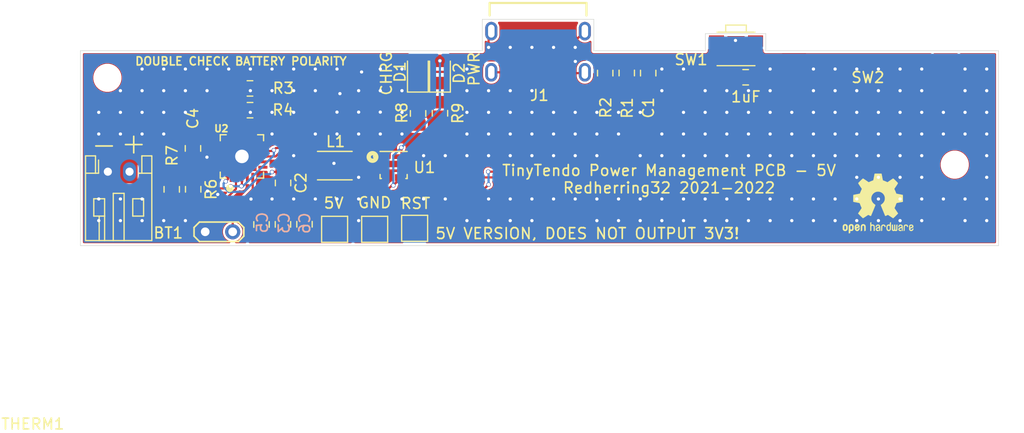
<source format=kicad_pcb>
(kicad_pcb (version 20171130) (host pcbnew "(5.1.10)-1")
  (layers (0 F.Cu signal) (31 B.Cu signal) (34 B.Paste user) (35 F.Paste user) (36 B.SilkS user) (37 F.SilkS user) (38 B.Mask user) (39 F.Mask user) (44 Edge.Cuts user))
  (net 0 "")
  (net 1 /GND)
  (net 2 "Net-(BT1-Pad1)")
  (net 3 /VBUS)
  (net 4 /VBAT)
  (net 5 /VOUT)
  (net 6 "Net-(D1-Pad1)")
  (net 7 "Net-(D2-Pad1)")
  (net 8 "Net-(L1-Pad2)")
  (net 9 "Net-(J1-PadB5)")
  (net 10 "Net-(J1-PadA5)")
  (net 11 "Net-(R3-Pad1)")
  (net 12 "Net-(R4-Pad1)")
  (net 13 "Net-(R6-Pad2)")
  (net 14 "Net-(R8-Pad2)")
  (net 15 "Net-(SW2-Pad2)")
  (net 16 "Net-(U2-Pad6)")
  (net 17 "Net-(THERM1-Pad1)")
  (net 18 /RST)
  (net 19 "Net-(U2-Pad7)")
  (module Symbol:OSHW-Logo2_7.3x6mm_SilkScreen (layer F.Cu) (at 107.71 36.4)
    (fp_text reference REF** hide)
    (fp_text value OSHW-Logo2_7.3x6mm_SilkScreen hide)
  )
  (module Capacitor_SMD:C_0805_2012Metric_Pad1.15x1.40mm_HandSolder (layer F.Cu) (at 95.48 24.75)
    (fp_text reference " " (at -3.205 0.02) (layer F.SilkS))
    (fp_text value 1uF (at 0.02 1.81) (layer F.SilkS))
    (pad 1 smd roundrect (at -1.025 0) (size 1.15 1.4) (layers F.Cu F.Paste F.Mask) (roundrect_rratio 0.217) (net 18 /RST))
    (pad 2 smd roundrect (at 1.025 0) (size 1.15 1.4) (layers F.Cu F.Paste F.Mask) (roundrect_rratio 0.2173904347826087) (net 1 /GND))
  )
  (module ChargeBoost:JST_PH_S2B-PH-K_1x02_P2.00mm_Horizontal-Mirrored (layer F.Cu) (at 36.58 33.47)
    (fp_text reference BT1 (at 5.58 5.66) (layer F.SilkS))
    (fp_text value 2800mAh)
    (pad 2 thru_hole roundrect (at 0 0) (size 1.2 1.75) (drill 0.75) (layers *.Cu *.Mask) (roundrect_rratio 0.2083325) (net 1 /GND))
    (pad 1 thru_hole oval (at 2 0) (size 1.2 1.75) (drill 0.75) (layers *.Cu *.Mask) (net 2 "Net-(BT1-Pad1)"))
  )
  (module MountingHole:MountingHole_2.2mm_M2 (layer F.Cu) (at 114.79 32.82)
    (fp_text reference " " (at 0 -3.2) (layer F.SilkS))
    (fp_text value MountingHole_2.2mm_M2)
    (pad 1 np_thru_hole circle (at 0 0) (size 2.2 2.2) (drill 2.2) (layers *.Cu *.Mask))
  )
  (module MountingHole:MountingHole_2.2mm_M2 (layer F.Cu) (at 36.54 24.8)
    (fp_text reference " " (at 0 -3.2) (layer F.SilkS))
    (fp_text value MountingHole_2.2mm_M2)
    (pad 1 np_thru_hole circle (at 0 0) (size 2.2 2.2) (drill 2.2) (layers *.Cu *.Mask))
  )
  (module TestPoint:TestPoint_2Pads_Pitch2.54mm_Drill0.8mm (layer F.Cu) (at 48.11 39.02 180)
    (fp_text reference THERM1 (at 18.46 -17.75) (layer F.SilkS))
    (fp_text value 15K)
    (pad 2 thru_hole circle (at 2.54 0 180) (size 1.4 1.4) (drill 0.8) (layers *.Cu *.Mask) (net 1 /GND))
    (pad 1 thru_hole circle (at 0 0 180) (size 1.4 1.4) (drill 0.8) (layers *.Cu *.Mask) (net 17 "Net-(THERM1-Pad1)"))
  )
  (module Button_Switch_SMD:SW_SPST_EVQP7A (layer F.Cu) (at 94.59 22.13 180)
    (fp_text reference SW1 (at 4.15 -0.99) (layer F.SilkS))
    (fp_text value SW_Push)
    (pad 2 smd rect (at -1.8 0.72 180) (size 1.4 1.05) (layers F.Cu F.Paste F.Mask) (net 18 /RST))
    (pad 2 smd rect (at 1.8 0.72 180) (size 1.4 1.05) (layers F.Cu F.Paste F.Mask) (net 18 /RST))
    (pad 1 smd rect (at -1.8 -0.72 180) (size 1.4 1.05) (layers F.Cu F.Paste F.Mask) (net 1 /GND))
    (pad 1 smd rect (at 1.8 -0.72 180) (size 1.4 1.05) (layers F.Cu F.Paste F.Mask) (net 1 /GND))
  )
  (module ChargeBoost:PWR (layer F.Cu) (at 99.95 24.28)
    (fp_text reference SW2 (at 6.82 0.49) (layer F.SilkS))
    (fp_text value PWR)
    (pad 2 smd rect (at 14 0) (size 2.2 3.5) (layers F.Cu F.Paste F.Mask) (net 15 "Net-(SW2-Pad2)"))
    (pad 1 smd rect (at 0 0) (size 2.2 3.5) (layers F.Cu F.Paste F.Mask) (net 1 /GND))
  )
  (module ChargeBoost:GCT_USB4125-GF-A_REVA2 (layer F.Cu) (at 76.31 21.29 180)
    (fp_text reference J1 (at -0.125 -5.135) (layer F.SilkS))
    (fp_text value USB4125-GF-A_REVA2)
    (fp_poly (pts (xy 4.32 -3.85) (xy 4.291215 -3.849246) (xy 4.262509 -3.846987) (xy 4.233961 -3.843229) (xy 4.205649 -3.837981) (xy 4.17765 -3.831259) (xy 4.150041 -3.823081) (xy 4.122898 -3.813469) (xy 4.096295 -3.80245) (xy 4.070305 -3.790054) (xy 4.045 -3.776314) (xy 4.020449 -3.761269) (xy 3.996718 -3.744959) (xy 3.973874 -3.72743) (xy 3.951978 -3.70873) (xy 3.931091 -3.688909) (xy 3.91127 -3.668022) (xy 3.89257 -3.646126) (xy 3.875041 -3.623282) (xy 3.858731 -3.599551) (xy 3.843686 -3.575) (xy 3.829946 -3.549695) (xy 3.81755 -3.523705) (xy 3.806531 -3.497102) (xy 3.796919 -3.469959) (xy 3.788741 -3.44235) (xy 3.782019 -3.414351) (xy 3.776771 -3.386039) (xy 3.773013 -3.357491) (xy 3.770754 -3.328785) (xy 3.77 -3.3) (xy 3.77 -2.7) (xy 3.770754 -2.671215) (xy 3.773013 -2.642509) (xy 3.776771 -2.613961) (xy 3.782019 -2.585649) (xy 3.788741 -2.55765) (xy 3.796919 -2.530041) (xy 3.806531 -2.502898) (xy 3.81755 -2.476295) (xy 3.829946 -2.450305) (xy 3.843686 -2.425) (xy 3.858731 -2.400449) (xy 3.875041 -2.376718) (xy 3.89257 -2.353874) (xy 3.91127 -2.331978) (xy 3.931091 -2.311091) (xy 3.951978 -2.29127) (xy 3.973874 -2.27257) (xy 3.996718 -2.255041) (xy 4.020449 -2.238731) (xy 4.045 -2.223686) (xy 4.070305 -2.209946) (xy 4.096295 -2.19755) (xy 4.122898 -2.186531) (xy 4.150041 -2.176919) (xy 4.17765 -2.168741) (xy 4.205649 -2.162019) (xy 4.233961 -2.156771) (xy 4.262509 -2.153013) (xy 4.291215 -2.150754) (xy 4.32 -2.15) (xy 4.348785 -2.150754) (xy 4.377491 -2.153013) (xy 4.406039 -2.156771) (xy 4.434351 -2.162019) (xy 4.46235 -2.168741) (xy 4.489959 -2.176919) (xy 4.517102 -2.186531) (xy 4.543705 -2.19755) (xy 4.569695 -2.209946) (xy 4.595 -2.223686) (xy 4.619551 -2.238731) (xy 4.643282 -2.255041) (xy 4.666126 -2.27257) (xy 4.688022 -2.29127) (xy 4.708909 -2.311091) (xy 4.72873 -2.331978) (xy 4.74743 -2.353874) (xy 4.764959 -2.376718) (xy 4.781269 -2.400449) (xy 4.796314 -2.425) (xy 4.810054 -2.450305) (xy 4.82245 -2.476295) (xy 4.833469 -2.502898) (xy 4.843081 -2.530041) (xy 4.851259 -2.55765) (xy 4.857981 -2.585649) (xy 4.863229 -2.613961) (xy 4.866987 -2.642509) (xy 4.869246 -2.671215) (xy 4.87 -2.7) (xy 4.87 -3.3) (xy 4.869246 -3.328785) (xy 4.866987 -3.357491) (xy 4.863229 -3.386039) (xy 4.857981 -3.414351) (xy 4.851259 -3.44235) (xy 4.843081 -3.469959) (xy 4.833469 -3.497102) (xy 4.82245 -3.523705) (xy 4.810054 -3.549695) (xy 4.796314 -3.575) (xy 4.781269 -3.599551) (xy 4.764959 -3.623282) (xy 4.74743 -3.646126) (xy 4.72873 -3.668022) (xy 4.708909 -3.688909) (xy 4.688022 -3.70873) (xy 4.666126 -3.72743) (xy 4.643282 -3.744959) (xy 4.619551 -3.761269) (xy 4.595 -3.776314) (xy 4.569695 -3.790054) (xy 4.543705 -3.80245) (xy 4.517102 -3.813469) (xy 4.489959 -3.823081) (xy 4.46235 -3.831259) (xy 4.434351 -3.837981) (xy 4.406039 -3.843229) (xy 4.377491 -3.846987) (xy 4.348785 -3.849246) (xy 4.32 -3.85)) (layer F.Cu) (width 0.01))
    (fp_poly (pts (xy 4.32 -3.85) (xy 4.291215 -3.849246) (xy 4.262509 -3.846987) (xy 4.233961 -3.843229) (xy 4.205649 -3.837981) (xy 4.17765 -3.831259) (xy 4.150041 -3.823081) (xy 4.122898 -3.813469) (xy 4.096295 -3.80245) (xy 4.070305 -3.790054) (xy 4.045 -3.776314) (xy 4.020449 -3.761269) (xy 3.996718 -3.744959) (xy 3.973874 -3.72743) (xy 3.951978 -3.70873) (xy 3.931091 -3.688909) (xy 3.91127 -3.668022) (xy 3.89257 -3.646126) (xy 3.875041 -3.623282) (xy 3.858731 -3.599551) (xy 3.843686 -3.575) (xy 3.829946 -3.549695) (xy 3.81755 -3.523705) (xy 3.806531 -3.497102) (xy 3.796919 -3.469959) (xy 3.788741 -3.44235) (xy 3.782019 -3.414351) (xy 3.776771 -3.386039) (xy 3.773013 -3.357491) (xy 3.770754 -3.328785) (xy 3.77 -3.3) (xy 3.77 -2.7) (xy 3.770754 -2.671215) (xy 3.773013 -2.642509) (xy 3.776771 -2.613961) (xy 3.782019 -2.585649) (xy 3.788741 -2.55765) (xy 3.796919 -2.530041) (xy 3.806531 -2.502898) (xy 3.81755 -2.476295) (xy 3.829946 -2.450305) (xy 3.843686 -2.425) (xy 3.858731 -2.400449) (xy 3.875041 -2.376718) (xy 3.89257 -2.353874) (xy 3.91127 -2.331978) (xy 3.931091 -2.311091) (xy 3.951978 -2.29127) (xy 3.973874 -2.27257) (xy 3.996718 -2.255041) (xy 4.020449 -2.238731) (xy 4.045 -2.223686) (xy 4.070305 -2.209946) (xy 4.096295 -2.19755) (xy 4.122898 -2.186531) (xy 4.150041 -2.176919) (xy 4.17765 -2.168741) (xy 4.205649 -2.162019) (xy 4.233961 -2.156771) (xy 4.262509 -2.153013) (xy 4.291215 -2.150754) (xy 4.32 -2.15) (xy 4.348785 -2.150754) (xy 4.377491 -2.153013) (xy 4.406039 -2.156771) (xy 4.434351 -2.162019) (xy 4.46235 -2.168741) (xy 4.489959 -2.176919) (xy 4.517102 -2.186531) (xy 4.543705 -2.19755) (xy 4.569695 -2.209946) (xy 4.595 -2.223686) (xy 4.619551 -2.238731) (xy 4.643282 -2.255041) (xy 4.666126 -2.27257) (xy 4.688022 -2.29127) (xy 4.708909 -2.311091) (xy 4.72873 -2.331978) (xy 4.74743 -2.353874) (xy 4.764959 -2.376718) (xy 4.781269 -2.400449) (xy 4.796314 -2.425) (xy 4.810054 -2.450305) (xy 4.82245 -2.476295) (xy 4.833469 -2.502898) (xy 4.843081 -2.530041) (xy 4.851259 -2.55765) (xy 4.857981 -2.585649) (xy 4.863229 -2.613961) (xy 4.866987 -2.642509) (xy 4.869246 -2.671215) (xy 4.87 -2.7) (xy 4.87 -3.3) (xy 4.869246 -3.328785) (xy 4.866987 -3.357491) (xy 4.863229 -3.386039) (xy 4.857981 -3.414351) (xy 4.851259 -3.44235) (xy 4.843081 -3.469959) (xy 4.833469 -3.497102) (xy 4.82245 -3.523705) (xy 4.810054 -3.549695) (xy 4.796314 -3.575) (xy 4.781269 -3.599551) (xy 4.764959 -3.623282) (xy 4.74743 -3.646126) (xy 4.72873 -3.668022) (xy 4.708909 -3.688909) (xy 4.688022 -3.70873) (xy 4.666126 -3.72743) (xy 4.643282 -3.744959) (xy 4.619551 -3.761269) (xy 4.595 -3.776314) (xy 4.569695 -3.790054) (xy 4.543705 -3.80245) (xy 4.517102 -3.813469) (xy 4.489959 -3.823081) (xy 4.46235 -3.831259) (xy 4.434351 -3.837981) (xy 4.406039 -3.843229) (xy 4.377491 -3.846987) (xy 4.348785 -3.849246) (xy 4.32 -3.85)) (layer B.Cu) (width 0.01))
    (fp_poly (pts (xy -4.32 -3.85) (xy -4.348785 -3.849246) (xy -4.377491 -3.846987) (xy -4.406039 -3.843229) (xy -4.434351 -3.837981) (xy -4.46235 -3.831259) (xy -4.489959 -3.823081) (xy -4.517102 -3.813469) (xy -4.543705 -3.80245) (xy -4.569695 -3.790054) (xy -4.595 -3.776314) (xy -4.619551 -3.761269) (xy -4.643282 -3.744959) (xy -4.666126 -3.72743) (xy -4.688022 -3.70873) (xy -4.708909 -3.688909) (xy -4.72873 -3.668022) (xy -4.74743 -3.646126) (xy -4.764959 -3.623282) (xy -4.781269 -3.599551) (xy -4.796314 -3.575) (xy -4.810054 -3.549695) (xy -4.82245 -3.523705) (xy -4.833469 -3.497102) (xy -4.843081 -3.469959) (xy -4.851259 -3.44235) (xy -4.857981 -3.414351) (xy -4.863229 -3.386039) (xy -4.866987 -3.357491) (xy -4.869246 -3.328785) (xy -4.87 -3.3) (xy -4.87 -2.7) (xy -4.869246 -2.671215) (xy -4.866987 -2.642509) (xy -4.863229 -2.613961) (xy -4.857981 -2.585649) (xy -4.851259 -2.55765) (xy -4.843081 -2.530041) (xy -4.833469 -2.502898) (xy -4.82245 -2.476295) (xy -4.810054 -2.450305) (xy -4.796314 -2.425) (xy -4.781269 -2.400449) (xy -4.764959 -2.376718) (xy -4.74743 -2.353874) (xy -4.72873 -2.331978) (xy -4.708909 -2.311091) (xy -4.688022 -2.29127) (xy -4.666126 -2.27257) (xy -4.643282 -2.255041) (xy -4.619551 -2.238731) (xy -4.595 -2.223686) (xy -4.569695 -2.209946) (xy -4.543705 -2.19755) (xy -4.517102 -2.186531) (xy -4.489959 -2.176919) (xy -4.46235 -2.168741) (xy -4.434351 -2.162019) (xy -4.406039 -2.156771) (xy -4.377491 -2.153013) (xy -4.348785 -2.150754) (xy -4.32 -2.15) (xy -4.291215 -2.150754) (xy -4.262509 -2.153013) (xy -4.233961 -2.156771) (xy -4.205649 -2.162019) (xy -4.17765 -2.168741) (xy -4.150041 -2.176919) (xy -4.122898 -2.186531) (xy -4.096295 -2.19755) (xy -4.070305 -2.209946) (xy -4.045 -2.223686) (xy -4.020449 -2.238731) (xy -3.996718 -2.255041) (xy -3.973874 -2.27257) (xy -3.951978 -2.29127) (xy -3.931091 -2.311091) (xy -3.91127 -2.331978) (xy -3.89257 -2.353874) (xy -3.875041 -2.376718) (xy -3.858731 -2.400449) (xy -3.843686 -2.425) (xy -3.829946 -2.450305) (xy -3.81755 -2.476295) (xy -3.806531 -2.502898) (xy -3.796919 -2.530041) (xy -3.788741 -2.55765) (xy -3.782019 -2.585649) (xy -3.776771 -2.613961) (xy -3.773013 -2.642509) (xy -3.770754 -2.671215) (xy -3.77 -2.7) (xy -3.77 -3.3) (xy -3.770754 -3.328785) (xy -3.773013 -3.357491) (xy -3.776771 -3.386039) (xy -3.782019 -3.414351) (xy -3.788741 -3.44235) (xy -3.796919 -3.469959) (xy -3.806531 -3.497102) (xy -3.81755 -3.523705) (xy -3.829946 -3.549695) (xy -3.843686 -3.575) (xy -3.858731 -3.599551) (xy -3.875041 -3.623282) (xy -3.89257 -3.646126) (xy -3.91127 -3.668022) (xy -3.931091 -3.688909) (xy -3.951978 -3.70873) (xy -3.973874 -3.72743) (xy -3.996718 -3.744959) (xy -4.020449 -3.761269) (xy -4.045 -3.776314) (xy -4.070305 -3.790054) (xy -4.096295 -3.80245) (xy -4.122898 -3.813469) (xy -4.150041 -3.823081) (xy -4.17765 -3.831259) (xy -4.205649 -3.837981) (xy -4.233961 -3.843229) (xy -4.262509 -3.846987) (xy -4.291215 -3.849246) (xy -4.32 -3.85)) (layer F.Cu) (width 0.01))
    (fp_poly (pts (xy -4.32 -3.85) (xy -4.348785 -3.849246) (xy -4.377491 -3.846987) (xy -4.406039 -3.843229) (xy -4.434351 -3.837981) (xy -4.46235 -3.831259) (xy -4.489959 -3.823081) (xy -4.517102 -3.813469) (xy -4.543705 -3.80245) (xy -4.569695 -3.790054) (xy -4.595 -3.776314) (xy -4.619551 -3.761269) (xy -4.643282 -3.744959) (xy -4.666126 -3.72743) (xy -4.688022 -3.70873) (xy -4.708909 -3.688909) (xy -4.72873 -3.668022) (xy -4.74743 -3.646126) (xy -4.764959 -3.623282) (xy -4.781269 -3.599551) (xy -4.796314 -3.575) (xy -4.810054 -3.549695) (xy -4.82245 -3.523705) (xy -4.833469 -3.497102) (xy -4.843081 -3.469959) (xy -4.851259 -3.44235) (xy -4.857981 -3.414351) (xy -4.863229 -3.386039) (xy -4.866987 -3.357491) (xy -4.869246 -3.328785) (xy -4.87 -3.3) (xy -4.87 -2.7) (xy -4.869246 -2.671215) (xy -4.866987 -2.642509) (xy -4.863229 -2.613961) (xy -4.857981 -2.585649) (xy -4.851259 -2.55765) (xy -4.843081 -2.530041) (xy -4.833469 -2.502898) (xy -4.82245 -2.476295) (xy -4.810054 -2.450305) (xy -4.796314 -2.425) (xy -4.781269 -2.400449) (xy -4.764959 -2.376718) (xy -4.74743 -2.353874) (xy -4.72873 -2.331978) (xy -4.708909 -2.311091) (xy -4.688022 -2.29127) (xy -4.666126 -2.27257) (xy -4.643282 -2.255041) (xy -4.619551 -2.238731) (xy -4.595 -2.223686) (xy -4.569695 -2.209946) (xy -4.543705 -2.19755) (xy -4.517102 -2.186531) (xy -4.489959 -2.176919) (xy -4.46235 -2.168741) (xy -4.434351 -2.162019) (xy -4.406039 -2.156771) (xy -4.377491 -2.153013) (xy -4.348785 -2.150754) (xy -4.32 -2.15) (xy -4.291215 -2.150754) (xy -4.262509 -2.153013) (xy -4.233961 -2.156771) (xy -4.205649 -2.162019) (xy -4.17765 -2.168741) (xy -4.150041 -2.176919) (xy -4.122898 -2.186531) (xy -4.096295 -2.19755) (xy -4.070305 -2.209946) (xy -4.045 -2.223686) (xy -4.020449 -2.238731) (xy -3.996718 -2.255041) (xy -3.973874 -2.27257) (xy -3.951978 -2.29127) (xy -3.931091 -2.311091) (xy -3.91127 -2.331978) (xy -3.89257 -2.353874) (xy -3.875041 -2.376718) (xy -3.858731 -2.400449) (xy -3.843686 -2.425) (xy -3.829946 -2.450305) (xy -3.81755 -2.476295) (xy -3.806531 -2.502898) (xy -3.796919 -2.530041) (xy -3.788741 -2.55765) (xy -3.782019 -2.585649) (xy -3.776771 -2.613961) (xy -3.773013 -2.642509) (xy -3.770754 -2.671215) (xy -3.77 -2.7) (xy -3.77 -3.3) (xy -3.770754 -3.328785) (xy -3.773013 -3.357491) (xy -3.776771 -3.386039) (xy -3.782019 -3.414351) (xy -3.788741 -3.44235) (xy -3.796919 -3.469959) (xy -3.806531 -3.497102) (xy -3.81755 -3.523705) (xy -3.829946 -3.549695) (xy -3.843686 -3.575) (xy -3.858731 -3.599551) (xy -3.875041 -3.623282) (xy -3.89257 -3.646126) (xy -3.91127 -3.668022) (xy -3.931091 -3.688909) (xy -3.951978 -3.70873) (xy -3.973874 -3.72743) (xy -3.996718 -3.744959) (xy -4.020449 -3.761269) (xy -4.045 -3.776314) (xy -4.070305 -3.790054) (xy -4.096295 -3.80245) (xy -4.122898 -3.813469) (xy -4.150041 -3.823081) (xy -4.17765 -3.831259) (xy -4.205649 -3.837981) (xy -4.233961 -3.843229) (xy -4.262509 -3.846987) (xy -4.291215 -3.849246) (xy -4.32 -3.85)) (layer B.Cu) (width 0.01))
    (fp_poly (pts (xy 4.32 -0.05) (xy 4.291215 -0.049246) (xy 4.262509 -0.046987) (xy 4.233961 -0.043229) (xy 4.205649 -0.037981) (xy 4.17765 -0.031259) (xy 4.150041 -0.023081) (xy 4.122898 -0.013469) (xy 4.096295 -0.00245) (xy 4.070305 0.009946) (xy 4.045 0.023686) (xy 4.020449 0.038731) (xy 3.996718 0.055041) (xy 3.973874 0.07257) (xy 3.951978 0.09127) (xy 3.931091 0.111091) (xy 3.91127 0.131978) (xy 3.89257 0.153874) (xy 3.875041 0.176718) (xy 3.858731 0.200449) (xy 3.843686 0.225) (xy 3.829946 0.250305) (xy 3.81755 0.276295) (xy 3.806531 0.302898) (xy 3.796919 0.330041) (xy 3.788741 0.35765) (xy 3.782019 0.385649) (xy 3.776771 0.413961) (xy 3.773013 0.442509) (xy 3.770754 0.471215) (xy 3.77 0.5) (xy 3.77 1.1) (xy 3.770754 1.128785) (xy 3.773013 1.157491) (xy 3.776771 1.186039) (xy 3.782019 1.214351) (xy 3.788741 1.24235) (xy 3.796919 1.269959) (xy 3.806531 1.297102) (xy 3.81755 1.323705) (xy 3.829946 1.349695) (xy 3.843686 1.375) (xy 3.858731 1.399551) (xy 3.875041 1.423282) (xy 3.89257 1.446126) (xy 3.91127 1.468022) (xy 3.931091 1.488909) (xy 3.951978 1.50873) (xy 3.973874 1.52743) (xy 3.996718 1.544959) (xy 4.020449 1.561269) (xy 4.045 1.576314) (xy 4.070305 1.590054) (xy 4.096295 1.60245) (xy 4.122898 1.613469) (xy 4.150041 1.623081) (xy 4.17765 1.631259) (xy 4.205649 1.637981) (xy 4.233961 1.643229) (xy 4.262509 1.646987) (xy 4.291215 1.649246) (xy 4.32 1.65) (xy 4.348785 1.649246) (xy 4.377491 1.646987) (xy 4.406039 1.643229) (xy 4.434351 1.637981) (xy 4.46235 1.631259) (xy 4.489959 1.623081) (xy 4.517102 1.613469) (xy 4.543705 1.60245) (xy 4.569695 1.590054) (xy 4.595 1.576314) (xy 4.619551 1.561269) (xy 4.643282 1.544959) (xy 4.666126 1.52743) (xy 4.688022 1.50873) (xy 4.708909 1.488909) (xy 4.72873 1.468022) (xy 4.74743 1.446126) (xy 4.764959 1.423282) (xy 4.781269 1.399551) (xy 4.796314 1.375) (xy 4.810054 1.349695) (xy 4.82245 1.323705) (xy 4.833469 1.297102) (xy 4.843081 1.269959) (xy 4.851259 1.24235) (xy 4.857981 1.214351) (xy 4.863229 1.186039) (xy 4.866987 1.157491) (xy 4.869246 1.128785) (xy 4.87 1.1) (xy 4.87 0.5) (xy 4.869246 0.471215) (xy 4.866987 0.442509) (xy 4.863229 0.413961) (xy 4.857981 0.385649) (xy 4.851259 0.35765) (xy 4.843081 0.330041) (xy 4.833469 0.302898) (xy 4.82245 0.276295) (xy 4.810054 0.250305) (xy 4.796314 0.225) (xy 4.781269 0.200449) (xy 4.764959 0.176718) (xy 4.74743 0.153874) (xy 4.72873 0.131978) (xy 4.708909 0.111091) (xy 4.688022 0.09127) (xy 4.666126 0.07257) (xy 4.643282 0.055041) (xy 4.619551 0.038731) (xy 4.595 0.023686) (xy 4.569695 0.009946) (xy 4.543705 -0.00245) (xy 4.517102 -0.013469) (xy 4.489959 -0.023081) (xy 4.46235 -0.031259) (xy 4.434351 -0.037981) (xy 4.406039 -0.043229) (xy 4.377491 -0.046987) (xy 4.348785 -0.049246) (xy 4.32 -0.05)) (layer F.Cu) (width 0.01))
    (fp_poly (pts (xy 4.32 -0.05) (xy 4.291215 -0.049246) (xy 4.262509 -0.046987) (xy 4.233961 -0.043229) (xy 4.205649 -0.037981) (xy 4.17765 -0.031259) (xy 4.150041 -0.023081) (xy 4.122898 -0.013469) (xy 4.096295 -0.00245) (xy 4.070305 0.009946) (xy 4.045 0.023686) (xy 4.020449 0.038731) (xy 3.996718 0.055041) (xy 3.973874 0.07257) (xy 3.951978 0.09127) (xy 3.931091 0.111091) (xy 3.91127 0.131978) (xy 3.89257 0.153874) (xy 3.875041 0.176718) (xy 3.858731 0.200449) (xy 3.843686 0.225) (xy 3.829946 0.250305) (xy 3.81755 0.276295) (xy 3.806531 0.302898) (xy 3.796919 0.330041) (xy 3.788741 0.35765) (xy 3.782019 0.385649) (xy 3.776771 0.413961) (xy 3.773013 0.442509) (xy 3.770754 0.471215) (xy 3.77 0.5) (xy 3.77 1.1) (xy 3.770754 1.128785) (xy 3.773013 1.157491) (xy 3.776771 1.186039) (xy 3.782019 1.214351) (xy 3.788741 1.24235) (xy 3.796919 1.269959) (xy 3.806531 1.297102) (xy 3.81755 1.323705) (xy 3.829946 1.349695) (xy 3.843686 1.375) (xy 3.858731 1.399551) (xy 3.875041 1.423282) (xy 3.89257 1.446126) (xy 3.91127 1.468022) (xy 3.931091 1.488909) (xy 3.951978 1.50873) (xy 3.973874 1.52743) (xy 3.996718 1.544959) (xy 4.020449 1.561269) (xy 4.045 1.576314) (xy 4.070305 1.590054) (xy 4.096295 1.60245) (xy 4.122898 1.613469) (xy 4.150041 1.623081) (xy 4.17765 1.631259) (xy 4.205649 1.637981) (xy 4.233961 1.643229) (xy 4.262509 1.646987) (xy 4.291215 1.649246) (xy 4.32 1.65) (xy 4.348785 1.649246) (xy 4.377491 1.646987) (xy 4.406039 1.643229) (xy 4.434351 1.637981) (xy 4.46235 1.631259) (xy 4.489959 1.623081) (xy 4.517102 1.613469) (xy 4.543705 1.60245) (xy 4.569695 1.590054) (xy 4.595 1.576314) (xy 4.619551 1.561269) (xy 4.643282 1.544959) (xy 4.666126 1.52743) (xy 4.688022 1.50873) (xy 4.708909 1.488909) (xy 4.72873 1.468022) (xy 4.74743 1.446126) (xy 4.764959 1.423282) (xy 4.781269 1.399551) (xy 4.796314 1.375) (xy 4.810054 1.349695) (xy 4.82245 1.323705) (xy 4.833469 1.297102) (xy 4.843081 1.269959) (xy 4.851259 1.24235) (xy 4.857981 1.214351) (xy 4.863229 1.186039) (xy 4.866987 1.157491) (xy 4.869246 1.128785) (xy 4.87 1.1) (xy 4.87 0.5) (xy 4.869246 0.471215) (xy 4.866987 0.442509) (xy 4.863229 0.413961) (xy 4.857981 0.385649) (xy 4.851259 0.35765) (xy 4.843081 0.330041) (xy 4.833469 0.302898) (xy 4.82245 0.276295) (xy 4.810054 0.250305) (xy 4.796314 0.225) (xy 4.781269 0.200449) (xy 4.764959 0.176718) (xy 4.74743 0.153874) (xy 4.72873 0.131978) (xy 4.708909 0.111091) (xy 4.688022 0.09127) (xy 4.666126 0.07257) (xy 4.643282 0.055041) (xy 4.619551 0.038731) (xy 4.595 0.023686) (xy 4.569695 0.009946) (xy 4.543705 -0.00245) (xy 4.517102 -0.013469) (xy 4.489959 -0.023081) (xy 4.46235 -0.031259) (xy 4.434351 -0.037981) (xy 4.406039 -0.043229) (xy 4.377491 -0.046987) (xy 4.348785 -0.049246) (xy 4.32 -0.05)) (layer B.Cu) (width 0.01))
    (fp_poly (pts (xy -4.32 -0.05) (xy -4.348785 -0.049246) (xy -4.377491 -0.046987) (xy -4.406039 -0.043229) (xy -4.434351 -0.037981) (xy -4.46235 -0.031259) (xy -4.489959 -0.023081) (xy -4.517102 -0.013469) (xy -4.543705 -0.00245) (xy -4.569695 0.009946) (xy -4.595 0.023686) (xy -4.619551 0.038731) (xy -4.643282 0.055041) (xy -4.666126 0.07257) (xy -4.688022 0.09127) (xy -4.708909 0.111091) (xy -4.72873 0.131978) (xy -4.74743 0.153874) (xy -4.764959 0.176718) (xy -4.781269 0.200449) (xy -4.796314 0.225) (xy -4.810054 0.250305) (xy -4.82245 0.276295) (xy -4.833469 0.302898) (xy -4.843081 0.330041) (xy -4.851259 0.35765) (xy -4.857981 0.385649) (xy -4.863229 0.413961) (xy -4.866987 0.442509) (xy -4.869246 0.471215) (xy -4.87 0.5) (xy -4.87 1.1) (xy -4.869246 1.128785) (xy -4.866987 1.157491) (xy -4.863229 1.186039) (xy -4.857981 1.214351) (xy -4.851259 1.24235) (xy -4.843081 1.269959) (xy -4.833469 1.297102) (xy -4.82245 1.323705) (xy -4.810054 1.349695) (xy -4.796314 1.375) (xy -4.781269 1.399551) (xy -4.764959 1.423282) (xy -4.74743 1.446126) (xy -4.72873 1.468022) (xy -4.708909 1.488909) (xy -4.688022 1.50873) (xy -4.666126 1.52743) (xy -4.643282 1.544959) (xy -4.619551 1.561269) (xy -4.595 1.576314) (xy -4.569695 1.590054) (xy -4.543705 1.60245) (xy -4.517102 1.613469) (xy -4.489959 1.623081) (xy -4.46235 1.631259) (xy -4.434351 1.637981) (xy -4.406039 1.643229) (xy -4.377491 1.646987) (xy -4.348785 1.649246) (xy -4.32 1.65) (xy -4.291215 1.649246) (xy -4.262509 1.646987) (xy -4.233961 1.643229) (xy -4.205649 1.637981) (xy -4.17765 1.631259) (xy -4.150041 1.623081) (xy -4.122898 1.613469) (xy -4.096295 1.60245) (xy -4.070305 1.590054) (xy -4.045 1.576314) (xy -4.020449 1.561269) (xy -3.996718 1.544959) (xy -3.973874 1.52743) (xy -3.951978 1.50873) (xy -3.931091 1.488909) (xy -3.91127 1.468022) (xy -3.89257 1.446126) (xy -3.875041 1.423282) (xy -3.858731 1.399551) (xy -3.843686 1.375) (xy -3.829946 1.349695) (xy -3.81755 1.323705) (xy -3.806531 1.297102) (xy -3.796919 1.269959) (xy -3.788741 1.24235) (xy -3.782019 1.214351) (xy -3.776771 1.186039) (xy -3.773013 1.157491) (xy -3.770754 1.128785) (xy -3.77 1.1) (xy -3.77 0.5) (xy -3.770754 0.471215) (xy -3.773013 0.442509) (xy -3.776771 0.413961) (xy -3.782019 0.385649) (xy -3.788741 0.35765) (xy -3.796919 0.330041) (xy -3.806531 0.302898) (xy -3.81755 0.276295) (xy -3.829946 0.250305) (xy -3.843686 0.225) (xy -3.858731 0.200449) (xy -3.875041 0.176718) (xy -3.89257 0.153874) (xy -3.91127 0.131978) (xy -3.931091 0.111091) (xy -3.951978 0.09127) (xy -3.973874 0.07257) (xy -3.996718 0.055041) (xy -4.020449 0.038731) (xy -4.045 0.023686) (xy -4.070305 0.009946) (xy -4.096295 -0.00245) (xy -4.122898 -0.013469) (xy -4.150041 -0.023081) (xy -4.17765 -0.031259) (xy -4.205649 -0.037981) (xy -4.233961 -0.043229) (xy -4.262509 -0.046987) (xy -4.291215 -0.049246) (xy -4.32 -0.05)) (layer F.Cu) (width 0.01))
    (fp_poly (pts (xy -4.32 -0.05) (xy -4.348785 -0.049246) (xy -4.377491 -0.046987) (xy -4.406039 -0.043229) (xy -4.434351 -0.037981) (xy -4.46235 -0.031259) (xy -4.489959 -0.023081) (xy -4.517102 -0.013469) (xy -4.543705 -0.00245) (xy -4.569695 0.009946) (xy -4.595 0.023686) (xy -4.619551 0.038731) (xy -4.643282 0.055041) (xy -4.666126 0.07257) (xy -4.688022 0.09127) (xy -4.708909 0.111091) (xy -4.72873 0.131978) (xy -4.74743 0.153874) (xy -4.764959 0.176718) (xy -4.781269 0.200449) (xy -4.796314 0.225) (xy -4.810054 0.250305) (xy -4.82245 0.276295) (xy -4.833469 0.302898) (xy -4.843081 0.330041) (xy -4.851259 0.35765) (xy -4.857981 0.385649) (xy -4.863229 0.413961) (xy -4.866987 0.442509) (xy -4.869246 0.471215) (xy -4.87 0.5) (xy -4.87 1.1) (xy -4.869246 1.128785) (xy -4.866987 1.157491) (xy -4.863229 1.186039) (xy -4.857981 1.214351) (xy -4.851259 1.24235) (xy -4.843081 1.269959) (xy -4.833469 1.297102) (xy -4.82245 1.323705) (xy -4.810054 1.349695) (xy -4.796314 1.375) (xy -4.781269 1.399551) (xy -4.764959 1.423282) (xy -4.74743 1.446126) (xy -4.72873 1.468022) (xy -4.708909 1.488909) (xy -4.688022 1.50873) (xy -4.666126 1.52743) (xy -4.643282 1.544959) (xy -4.619551 1.561269) (xy -4.595 1.576314) (xy -4.569695 1.590054) (xy -4.543705 1.60245) (xy -4.517102 1.613469) (xy -4.489959 1.623081) (xy -4.46235 1.631259) (xy -4.434351 1.637981) (xy -4.406039 1.643229) (xy -4.377491 1.646987) (xy -4.348785 1.649246) (xy -4.32 1.65) (xy -4.291215 1.649246) (xy -4.262509 1.646987) (xy -4.233961 1.643229) (xy -4.205649 1.637981) (xy -4.17765 1.631259) (xy -4.150041 1.623081) (xy -4.122898 1.613469) (xy -4.096295 1.60245) (xy -4.070305 1.590054) (xy -4.045 1.576314) (xy -4.020449 1.561269) (xy -3.996718 1.544959) (xy -3.973874 1.52743) (xy -3.951978 1.50873) (xy -3.931091 1.488909) (xy -3.91127 1.468022) (xy -3.89257 1.446126) (xy -3.875041 1.423282) (xy -3.858731 1.399551) (xy -3.843686 1.375) (xy -3.829946 1.349695) (xy -3.81755 1.323705) (xy -3.806531 1.297102) (xy -3.796919 1.269959) (xy -3.788741 1.24235) (xy -3.782019 1.214351) (xy -3.776771 1.186039) (xy -3.773013 1.157491) (xy -3.770754 1.128785) (xy -3.77 1.1) (xy -3.77 0.5) (xy -3.770754 0.471215) (xy -3.773013 0.442509) (xy -3.776771 0.413961) (xy -3.782019 0.385649) (xy -3.788741 0.35765) (xy -3.796919 0.330041) (xy -3.806531 0.302898) (xy -3.81755 0.276295) (xy -3.829946 0.250305) (xy -3.843686 0.225) (xy -3.858731 0.200449) (xy -3.875041 0.176718) (xy -3.89257 0.153874) (xy -3.91127 0.131978) (xy -3.931091 0.111091) (xy -3.951978 0.09127) (xy -3.973874 0.07257) (xy -3.996718 0.055041) (xy -4.020449 0.038731) (xy -4.045 0.023686) (xy -4.070305 0.009946) (xy -4.096295 -0.00245) (xy -4.122898 -0.013469) (xy -4.150041 -0.023081) (xy -4.17765 -0.031259) (xy -4.205649 -0.037981) (xy -4.233961 -0.043229) (xy -4.262509 -0.046987) (xy -4.291215 -0.049246) (xy -4.32 -0.05)) (layer B.Cu) (width 0.01))
    (pad S1 thru_hole oval (at 4.32 0.8 180) (size 0.8 1.6) (drill oval 0.6 1.2) (layers *.Cu) (net 1 /GND))
    (pad S1 thru_hole oval (at -4.32 0.8 180) (size 0.8 1.6) (drill oval 0.6 1.2) (layers *.Cu) (net 1 /GND))
    (pad S1 thru_hole oval (at 4.32 -3 180) (size 0.8 1.6) (drill oval 0.6 1.2) (layers *.Cu) (net 1 /GND))
    (pad S1 thru_hole oval (at -4.32 -3 180) (size 0.8 1.6) (drill oval 0.6 1.2) (layers *.Cu) (net 1 /GND))
    (pad B5 smd rect (at 0.5 -3.08 180) (size 0.7 1.2) (layers F.Cu F.Paste F.Mask) (net 9 "Net-(J1-PadB5)"))
    (pad A5 smd rect (at -0.5 -3.08 180) (size 0.7 1.2) (layers F.Cu F.Paste F.Mask) (net 10 "Net-(J1-PadA5)"))
    (pad A9 smd rect (at 1.52 -3.08 180) (size 0.76 1.2) (layers F.Cu F.Paste F.Mask) (net 3 /VBUS))
    (pad B9 smd rect (at -1.52 -3.08 180) (size 0.76 1.2) (layers F.Cu F.Paste F.Mask) (net 3 /VBUS))
    (pad A12 smd rect (at 2.75 -3.08 180) (size 0.8 1.2) (layers F.Cu F.Paste F.Mask) (net 1 /GND))
    (pad B12 smd rect (at -2.75 -3.08 180) (size 0.8 1.2) (layers F.Cu F.Paste F.Mask) (net 1 /GND))
  )
  (module ChargeBoost:IND_LQH32CN1R0M23L (layer F.Cu) (at 57.54 32.91 180)
    (fp_text reference L1 (at -0.07 2.22) (layer F.SilkS))
    (fp_text value 1uH)
    (fp_poly (pts (xy 1.65 1) (xy 0.65 1) (xy 0.65 -1) (xy 1.65 -1) (xy 1.65 -0.5) (xy 2.75 -0.5) (xy 2.75 0.5) (xy 1.65 0.5)) (layer F.Cu) (width 0.01))
    (fp_poly (pts (xy -1.65 -1) (xy -0.65 -1) (xy -0.65 1) (xy -1.65 1) (xy -1.65 0.5) (xy -2.75 0.5) (xy -2.75 -0.5) (xy -1.65 -0.5)) (layer F.Cu) (width 0.01))
    (pad 2 smd rect (at 1.15 0 180) (size 1 2) (layers F.Cu) (net 8 "Net-(L1-Pad2)"))
    (pad 1 smd rect (at -1.15 0 180) (size 1 2) (layers F.Cu) (net 4 /VBAT))
  )
  (module ChargeBoost:QFN50P400X400X100-21N (layer F.Cu) (at 48.96 32.06 90)
    (fp_text reference U2 (at 2.57 -1.9 180) (layer F.SilkS) (effects (font (size 0.64 0.64))))
    (fp_text value MCP73871-2AAI_ML)
    (pad 21 smd rect (at 0 0 90) (size 2.7 2.7) (layers F.Cu F.Mask) (net 1 /GND))
    (pad 20 smd rect (at -1 -1.935 90) (size 0.26 0.84) (layers F.Cu F.Paste F.Mask) (net 4 /VBAT))
    (pad 19 smd rect (at -0.5 -1.935 90) (size 0.26 0.84) (layers F.Cu F.Paste F.Mask) (net 3 /VBUS))
    (pad 18 smd rect (at 0 -1.935 90) (size 0.26 0.84) (layers F.Cu F.Paste F.Mask) (net 3 /VBUS))
    (pad 17 smd rect (at 0.5 -1.935 90) (size 0.26 0.84) (layers F.Cu F.Paste F.Mask) (net 3 /VBUS))
    (pad 16 smd rect (at 1 -1.935 90) (size 0.26 0.84) (layers F.Cu F.Paste F.Mask) (net 2 "Net-(BT1-Pad1)"))
    (pad 15 smd rect (at 1.935 -1 90) (size 0.84 0.26) (layers F.Cu F.Paste F.Mask) (net 2 "Net-(BT1-Pad1)"))
    (pad 14 smd rect (at 1.935 -0.5 90) (size 0.84 0.26) (layers F.Cu F.Paste F.Mask) (net 2 "Net-(BT1-Pad1)"))
    (pad 13 smd rect (at 1.935 0 90) (size 0.84 0.26) (layers F.Cu F.Paste F.Mask) (net 11 "Net-(R3-Pad1)"))
    (pad 12 smd rect (at 1.935 0.5 90) (size 0.84 0.26) (layers F.Cu F.Paste F.Mask) (net 12 "Net-(R4-Pad1)"))
    (pad 11 smd rect (at 1.935 1 90) (size 0.84 0.26) (layers F.Cu F.Paste F.Mask) (net 1 /GND))
    (pad 10 smd rect (at 1 1.935 90) (size 0.26 0.84) (layers F.Cu F.Paste F.Mask) (net 1 /GND))
    (pad 9 smd rect (at 0.5 1.935 90) (size 0.26 0.84) (layers F.Cu F.Paste F.Mask) (net 3 /VBUS))
    (pad 8 smd rect (at 0 1.935 90) (size 0.26 0.84) (layers F.Cu F.Paste F.Mask) (net 14 "Net-(R8-Pad2)"))
    (pad 7 smd rect (at -0.5 1.935 90) (size 0.26 0.84) (layers F.Cu F.Paste F.Mask) (net 19 "Net-(U2-Pad7)"))
    (pad 6 smd rect (at -1 1.935 90) (size 0.26 0.84) (layers F.Cu F.Paste F.Mask) (net 16 "Net-(U2-Pad6)"))
    (pad 5 smd rect (at -1.935 1 90) (size 0.84 0.26) (layers F.Cu F.Paste F.Mask) (net 17 "Net-(THERM1-Pad1)"))
    (pad 4 smd rect (at -1.935 0.5 90) (size 0.84 0.26) (layers F.Cu F.Paste F.Mask) (net 3 /VBUS))
    (pad 3 smd rect (at -1.935 0 90) (size 0.84 0.26) (layers F.Cu F.Paste F.Mask) (net 3 /VBUS))
    (pad 2 smd rect (at -1.935 -0.5 90) (size 0.84 0.26) (layers F.Cu F.Paste F.Mask) (net 13 "Net-(R6-Pad2)"))
    (pad 1 smd rect (at -1.935 -1 90) (size 0.84 0.26) (layers F.Cu F.Paste F.Mask) (net 4 /VBAT))
  )
  (module ChargeBoost:CONV_TPS61235PRWLT (layer F.Cu) (at 62.97 32.85)
    (fp_text reference U1 (at 2.85 0.23) (layer F.SilkS) (effects (font (size 1.000992 1.000992))))
    (fp_text value TPS61235PRWLT)
    (fp_poly (pts (xy -0.558664 0.04) (xy 0.5575 0.04) (xy 0.5575 0.200418) (xy -0.558664 0.200418)) (layer F.Cu) (width 0.01))
    (pad 8 smd rect (at 1.15 0.475) (size 0.6 0.25) (layers F.Cu F.Paste) (net 1 /GND))
    (pad 7 smd rect (at 0.75 1.15) (size 0.25 0.6) (layers F.Cu F.Paste) (net 15 "Net-(SW2-Pad2)"))
    (pad 6 smd rect (at 0.25 1.15) (size 0.25 0.6) (layers F.Cu F.Paste) (net 5 /VOUT))
    (pad 5 smd rect (at -0.25 1.15) (size 0.25 0.6) (layers F.Cu F.Paste) (net 1 /GND))
    (pad 4 smd rect (at -0.75 1.15) (size 0.25 0.6) (layers F.Cu F.Paste) (net 1 /GND))
    (pad 3 smd rect (at -1.15 0.475) (size 0.6 0.25) (layers F.Cu F.Paste) (net 4 /VBAT))
    (pad 2 smd rect (at 0 -0.17) (size 3.04 0.44) (layers F.Cu) (net 8 "Net-(L1-Pad2)"))
    (pad 9 smd rect (at 0.725 -0.77) (size 1.59 0.44) (layers F.Cu) (net 5 /VOUT))
    (pad 1 smd rect (at -0.9 -0.77) (size 1.24 0.44) (layers F.Cu) (net 1 /GND))
  )
  (module Resistor_SMD:R_0805_2012Metric_Pad1.15x1.40mm_HandSolder (layer F.Cu) (at 67.25 28.075 270)
    (fp_text reference R9 (at 0 -1.65 90) (layer F.SilkS))
    (fp_text value 91R)
    (pad 2 smd roundrect (at 1.025 0 270) (size 1.15 1.4) (layers F.Cu F.Paste F.Mask) (roundrect_rratio 0.2173904347826087) (net 1 /GND))
    (pad 1 smd roundrect (at -1.025 0 270) (size 1.15 1.4) (layers F.Cu F.Paste F.Mask) (roundrect_rratio 0.2173904347826087) (net 7 "Net-(D2-Pad1)"))
  )
  (module Resistor_SMD:R_0805_2012Metric_Pad1.15x1.40mm_HandSolder (layer F.Cu) (at 65.23 28.09 270)
    (fp_text reference R8 (at -0.05 1.5 90) (layer F.SilkS))
    (fp_text value 1K)
    (pad 2 smd roundrect (at 1.025 0 270) (size 1.15 1.4) (layers F.Cu F.Paste F.Mask) (roundrect_rratio 0.2173904347826087) (net 14 "Net-(R8-Pad2)"))
    (pad 1 smd roundrect (at -1.025 0 270) (size 1.15 1.4) (layers F.Cu F.Paste F.Mask) (roundrect_rratio 0.2173904347826087) (net 6 "Net-(D1-Pad1)"))
  )
  (module Resistor_SMD:R_0805_2012Metric_Pad1.15x1.40mm_HandSolder (layer F.Cu) (at 42.48 35.1 90)
    (fp_text reference R7 (at 3.11 0.03 90) (layer F.SilkS))
    (fp_text value 100K)
    (pad 2 smd roundrect (at 1.025 0 90) (size 1.15 1.4) (layers F.Cu F.Paste F.Mask) (roundrect_rratio 0.2173904347826087) (net 1 /GND))
    (pad 1 smd roundrect (at -1.025 0 90) (size 1.15 1.4) (layers F.Cu F.Paste F.Mask) (roundrect_rratio 0.2173904347826087) (net 13 "Net-(R6-Pad2)"))
  )
  (module Resistor_SMD:R_0805_2012Metric_Pad1.15x1.40mm_HandSolder (layer F.Cu) (at 44.46 35.095 270)
    (fp_text reference R6 (at 0 -1.65 90) (layer F.SilkS))
    (fp_text value 270K)
    (pad 2 smd roundrect (at 1.025 0 270) (size 1.15 1.4) (layers F.Cu F.Paste F.Mask) (roundrect_rratio 0.2173904347826087) (net 13 "Net-(R6-Pad2)"))
    (pad 1 smd roundrect (at -1.025 0 270) (size 1.15 1.4) (layers F.Cu F.Paste F.Mask) (roundrect_rratio 0.2173904347826087) (net 3 /VBUS))
  )
  (module Resistor_SMD:R_0805_2012Metric_Pad1.15x1.40mm_HandSolder (layer F.Cu) (at 49.71 27.79)
    (fp_text reference R4 (at 3.05 -0.02) (layer F.SilkS))
    (fp_text value 100K)
    (pad 2 smd roundrect (at 1.025 0) (size 1.15 1.4) (layers F.Cu F.Paste F.Mask) (roundrect_rratio 0.2173904347826087) (net 1 /GND))
    (pad 1 smd roundrect (at -1.025 0) (size 1.15 1.4) (layers F.Cu F.Paste F.Mask) (roundrect_rratio 0.2173904347826087) (net 12 "Net-(R4-Pad1)"))
  )
  (module Resistor_SMD:R_0805_2012Metric_Pad1.15x1.40mm_HandSolder (layer F.Cu) (at 49.705 25.78)
    (fp_text reference R3 (at 3.085 -0.02) (layer F.SilkS))
    (fp_text value 1K)
    (pad 2 smd roundrect (at 1.025 0) (size 1.15 1.4) (layers F.Cu F.Paste F.Mask) (roundrect_rratio 0.2173904347826087) (net 1 /GND))
    (pad 1 smd roundrect (at -1.025 0) (size 1.15 1.4) (layers F.Cu F.Paste F.Mask) (roundrect_rratio 0.2173904347826087) (net 11 "Net-(R3-Pad1)"))
  )
  (module Resistor_SMD:R_0805_2012Metric_Pad1.15x1.40mm_HandSolder (layer F.Cu) (at 82.51 24.365 90)
    (fp_text reference R2 (at -3.195 0.05 90) (layer F.SilkS))
    (fp_text value 5K1)
    (pad 2 smd roundrect (at 1.025 0 90) (size 1.15 1.4) (layers F.Cu F.Paste F.Mask) (roundrect_rratio 0.2173904347826087) (net 1 /GND))
    (pad 1 smd roundrect (at -1.025 0 90) (size 1.15 1.4) (layers F.Cu F.Paste F.Mask) (roundrect_rratio 0.2173904347826087) (net 10 "Net-(J1-PadA5)"))
  )
  (module Resistor_SMD:R_0805_2012Metric_Pad1.15x1.40mm_HandSolder (layer F.Cu) (at 84.5 24.355 90)
    (fp_text reference R1 (at -3.235 0.04 90) (layer F.SilkS))
    (fp_text value 5K1)
    (pad 2 smd roundrect (at 1.025 0 90) (size 1.15 1.4) (layers F.Cu F.Paste F.Mask) (roundrect_rratio 0.2173904347826087) (net 1 /GND))
    (pad 1 smd roundrect (at -1.025 0 90) (size 1.15 1.4) (layers F.Cu F.Paste F.Mask) (roundrect_rratio 0.2173904347826087) (net 9 "Net-(J1-PadB5)"))
  )
  (module TestPoint:TestPoint_Pad_2.0x2.0mm (layer F.Cu) (at 64.91 38.7)
    (fp_text reference J5)
    (fp_text value Conn_01x01_Male)
    (pad 1 smd rect (at 0 0) (size 2 2) (layers F.Cu F.Mask) (net 18 /RST))
  )
  (module TestPoint:TestPoint_Pad_2.0x2.0mm (layer F.Cu) (at 57.52 38.79)
    (fp_text reference J4)
    (fp_text value Conn_01x01_Male)
    (pad 1 smd rect (at 0 0) (size 2 2) (layers F.Cu F.Mask) (net 5 /VOUT))
  )
  (module TestPoint:TestPoint_Pad_2.0x2.0mm (layer F.Cu) (at 61.22 38.79)
    (fp_text reference J3)
    (fp_text value Conn_01x01_Male)
    (pad 1 smd rect (at 0 0) (size 2 2) (layers F.Cu F.Mask) (net 1 /GND))
  )
  (module LED_SMD:LED_0805_2012Metric_Pad1.15x1.40mm_HandSolder (layer F.Cu) (at 67.25 24.26 90)
    (fp_text reference D2 (at -0.11 1.77 90) (layer F.SilkS))
    (fp_text value BLUE)
    (pad 2 smd roundrect (at 1.025 0 90) (size 1.15 1.4) (layers F.Cu F.Paste F.Mask) (roundrect_rratio 0.2173904347826087) (net 5 /VOUT))
    (pad 1 smd roundrect (at -1.025 0 90) (size 1.15 1.4) (layers F.Cu F.Paste F.Mask) (roundrect_rratio 0.2173904347826087) (net 7 "Net-(D2-Pad1)"))
  )
  (module LED_SMD:LED_0805_2012Metric_Pad1.15x1.40mm_HandSolder (layer F.Cu) (at 65.21 24.255 90)
    (fp_text reference D1 (at 0 -1.65 90) (layer F.SilkS))
    (fp_text value Red)
    (pad 2 smd roundrect (at 1.025 0 90) (size 1.15 1.4) (layers F.Cu F.Paste F.Mask) (roundrect_rratio 0.2173904347826087) (net 3 /VBUS))
    (pad 1 smd roundrect (at -1.025 0 90) (size 1.15 1.4) (layers F.Cu F.Paste F.Mask) (roundrect_rratio 0.2173904347826087) (net 6 "Net-(D1-Pad1)"))
  )
  (module Capacitor_SMD:C_0805_2012Metric_Pad1.15x1.40mm_HandSolder (layer F.Cu) (at 54.74 38.325 90)
    (fp_text reference C6 (at 0.095 0.02 90) (layer B.SilkS) (effects (justify mirror)))
    (fp_text value 22uF)
    (pad 2 smd roundrect (at 1.025 0 90) (size 1.15 1.4) (layers F.Cu F.Paste F.Mask) (roundrect_rratio 0.2173904347826087) (net 1 /GND))
    (pad 1 smd roundrect (at -1.025 0 90) (size 1.15 1.4) (layers F.Cu F.Paste F.Mask) (roundrect_rratio 0.2173904347826087) (net 5 /VOUT))
  )
  (module Capacitor_SMD:C_0805_2012Metric_Pad1.15x1.40mm_HandSolder (layer F.Cu) (at 50.77 38.345 90)
    (fp_text reference C5 (at 0.175 0.08 90) (layer B.SilkS) (effects (justify mirror)))
    (fp_text value 22uF)
    (pad 2 smd roundrect (at 1.025 0 90) (size 1.15 1.4) (layers F.Cu F.Paste F.Mask) (roundrect_rratio 0.2173904347826087) (net 1 /GND))
    (pad 1 smd roundrect (at -1.025 0 90) (size 1.15 1.4) (layers F.Cu F.Paste F.Mask) (roundrect_rratio 0.2173904347826087) (net 5 /VOUT))
  )
  (module Capacitor_SMD:C_0805_2012Metric_Pad1.15x1.40mm_HandSolder (layer F.Cu) (at 44.44 31.32 270)
    (fp_text reference C4 (at -2.76 0.02 90) (layer F.SilkS))
    (fp_text value 10uF)
    (pad 2 smd roundrect (at 1.025 0 270) (size 1.15 1.4) (layers F.Cu F.Paste F.Mask) (roundrect_rratio 0.2173904347826087) (net 1 /GND))
    (pad 1 smd roundrect (at -1.025 0 270) (size 1.15 1.4) (layers F.Cu F.Paste F.Mask) (roundrect_rratio 0.2173904347826087) (net 2 "Net-(BT1-Pad1)"))
  )
  (module Capacitor_SMD:C_0805_2012Metric_Pad1.15x1.40mm_HandSolder (layer F.Cu) (at 52.75 38.335 90)
    (fp_text reference C3 (at 0.125 0.11 90) (layer B.SilkS) (effects (justify mirror)))
    (fp_text value 22uF)
    (pad 2 smd roundrect (at 1.025 0 90) (size 1.15 1.4) (layers F.Cu F.Paste F.Mask) (roundrect_rratio 0.2173904347826087) (net 1 /GND))
    (pad 1 smd roundrect (at -1.025 0 90) (size 1.15 1.4) (layers F.Cu F.Paste F.Mask) (roundrect_rratio 0.2173904347826087) (net 5 /VOUT))
  )
  (module Capacitor_SMD:C_0805_2012Metric_Pad1.15x1.40mm_HandSolder (layer F.Cu) (at 52.76 34.51 270)
    (fp_text reference C2 (at 0 -1.65 90) (layer F.SilkS))
    (fp_text value 10uF)
    (pad 2 smd roundrect (at 1.025 0 270) (size 1.15 1.4) (layers F.Cu F.Paste F.Mask) (roundrect_rratio 0.2173904347826087) (net 1 /GND))
    (pad 1 smd roundrect (at -1.025 0 270) (size 1.15 1.4) (layers F.Cu F.Paste F.Mask) (roundrect_rratio 0.2173904347826087) (net 4 /VBAT))
  )
  (module Capacitor_SMD:C_0805_2012Metric_Pad1.15x1.40mm_HandSolder (layer F.Cu) (at 86.48 24.365 90)
    (fp_text reference C1 (at -3.205 0.02 90) (layer F.SilkS))
    (fp_text value 10uF)
    (pad 2 smd roundrect (at 1.025 0 90) (size 1.15 1.4) (layers F.Cu F.Paste F.Mask) (roundrect_rratio 0.2173904347826087) (net 1 /GND))
    (pad 1 smd roundrect (at -1.025 0 90) (size 1.15 1.4) (layers F.Cu F.Paste F.Mask) (roundrect_rratio 0.2173904347826087) (net 3 /VBUS))
  )
  (gr_circle (center 61.02 32.11) (end 61.17 32.11) (layer F.SilkS) (width 0.4))
  (gr_circle (center 47.85 35) (end 48.05 35) (layer F.SilkS) (width 0.3))
  (gr_text "DOUBLE CHECK BATTERY POLARITY" (at 48.87 23.27) (layer F.SilkS) (effects (font (size 0.75 0.75))))
  (gr_text - (at 36.23 30.94) (layer F.SilkS) (effects (font (size 2 2))))
  (gr_text + (at 38.97 30.81) (layer F.SilkS) (effects (font (size 2 2))))
  (gr_text PWR (at 70.4 23.99 90) (layer F.SilkS) (effects (font (size 1 1))))
  (gr_text CHRG (at 62.3 24.4 90) (layer F.SilkS) (effects (font (size 1 1))))
  (gr_text "TinyTendo Power Management PCB - 5V\nRedherring32 2021-2022" (at 88.41 34.16) (layer F.SilkS) (effects (font (size 1 1))))
  (gr_text "5V VERSION, DOES NOT OUTPUT 3V3!" (at 80.87 39.18) (layer F.SilkS) (effects (font (size 1 1))))
  (gr_line (start 91.76 22.3) (end 81.46 22.3) (layer Edge.Cuts) (width 0.05))
  (gr_line (start 91.76 20.72) (end 91.76 22.3) (layer Edge.Cuts) (width 0.05))
  (gr_line (start 97.34 20.72) (end 91.76 20.72) (layer Edge.Cuts) (width 0.05))
  (gr_line (start 97.34 22.3) (end 97.34 20.72) (layer Edge.Cuts) (width 0.05))
  (gr_line (start 118.83 22.3) (end 97.34 22.3) (layer Edge.Cuts) (width 0.05))
  (gr_text GND (at 61.22 36.33) (layer F.SilkS) (effects (font (size 1 1))))
  (gr_text "5V\n" (at 57.44 36.37) (layer F.SilkS) (effects (font (size 1 1))))
  (gr_text "RST\n" (at 64.99 36.4) (layer F.SilkS) (effects (font (size 1 1))))
  (gr_line (start 71.16 22.3) (end 34.05 22.3) (layer Edge.Cuts) (width 0.05))
  (gr_line (start 71.16 19.4) (end 71.16 22.3) (layer Edge.Cuts) (width 0.05))
  (gr_line (start 81.46 19.4) (end 71.16 19.4) (layer Edge.Cuts) (width 0.05))
  (gr_line (start 81.46 22.3) (end 81.46 19.4) (layer Edge.Cuts) (width 0.05))
  (gr_line (start 118.83 40.3) (end 118.83 22.3) (layer Edge.Cuts) (width 0.05))
  (gr_line (start 34.05 40.3) (end 118.83 40.3) (layer Edge.Cuts) (width 0.05))
  (gr_line (start 34.05 22.3) (end 34.05 40.3) (layer Edge.Cuts) (width 0.05))
  (segment (start 62.22 33.825) (end 62.22 34) (width 0.2) (layer F.Cu) (net 1))
  (segment (start 49.96 30.125) (end 49.96 31.06) (width 0.2) (layer F.Cu) (net 1))
  (segment (start 49.96 31.06) (end 48.96 32.06) (width 0.2) (layer F.Cu) (net 1))
  (segment (start 50.895 31.06) (end 49.96 31.06) (width 0.2) (layer F.Cu) (net 1))
  (segment (start 73.48 24.29) (end 73.56 24.37) (width 0.2) (layer F.Cu) (net 1))
  (segment (start 71.99 24.29) (end 73.48 24.29) (width 0.2) (layer F.Cu) (net 1))
  (segment (start 71.99 20.89) (end 71.99 20.49) (width 0.2) (layer F.Cu) (net 1))
  (segment (start 80.63 20.89) (end 80.63 20.49) (width 0.2) (layer F.Cu) (net 1))
  (via (at 71.74 21.99) (size 0.4) (drill 0.3) (layers F.Cu B.Cu) (net 1))
  (via (at 73.74 21.99) (size 0.4) (drill 0.3) (layers F.Cu B.Cu) (net 1))
  (via (at 75.74 21.99) (size 0.4) (drill 0.3) (layers F.Cu B.Cu) (net 1))
  (via (at 77.74 21.99) (size 0.4) (drill 0.3) (layers F.Cu B.Cu) (net 1))
  (via (at 79.74 21.99) (size 0.4) (drill 0.3) (layers F.Cu B.Cu) (net 1))
  (via (at 39.74 23.99) (size 0.4) (drill 0.3) (layers F.Cu B.Cu) (net 1))
  (via (at 41.74 23.99) (size 0.4) (drill 0.3) (layers F.Cu B.Cu) (net 1))
  (via (at 43.74 23.99) (size 0.4) (drill 0.3) (layers F.Cu B.Cu) (net 1))
  (via (at 45.74 23.99) (size 0.4) (drill 0.3) (layers F.Cu B.Cu) (net 1))
  (via (at 47.74 23.99) (size 0.4) (drill 0.3) (layers F.Cu B.Cu) (net 1))
  (via (at 49.74 23.99) (size 0.4) (drill 0.3) (layers F.Cu B.Cu) (net 1))
  (via (at 51.74 23.99) (size 0.4) (drill 0.3) (layers F.Cu B.Cu) (net 1))
  (via (at 53.74 23.99) (size 0.4) (drill 0.3) (layers F.Cu B.Cu) (net 1))
  (via (at 55.74 23.99) (size 0.4) (drill 0.3) (layers F.Cu B.Cu) (net 1))
  (via (at 57.74 23.99) (size 0.4) (drill 0.3) (layers F.Cu B.Cu) (net 1))
  (via (at 61.74 23.99) (size 0.4) (drill 0.3) (layers F.Cu B.Cu) (net 1))
  (via (at 63.74 23.99) (size 0.4) (drill 0.3) (layers F.Cu B.Cu) (net 1))
  (via (at 69.74 23.99) (size 0.4) (drill 0.3) (layers F.Cu B.Cu) (net 1))
  (via (at 87.74 23.99) (size 0.4) (drill 0.3) (layers F.Cu B.Cu) (net 1))
  (via (at 89.74 23.99) (size 0.4) (drill 0.3) (layers F.Cu B.Cu) (net 1))
  (via (at 97.74 23.99) (size 0.4) (drill 0.3) (layers F.Cu B.Cu) (net 1))
  (via (at 101.74 23.99) (size 0.4) (drill 0.3) (layers F.Cu B.Cu) (net 1))
  (via (at 103.74 23.99) (size 0.4) (drill 0.3) (layers F.Cu B.Cu) (net 1))
  (via (at 105.74 23.99) (size 0.4) (drill 0.3) (layers F.Cu B.Cu) (net 1))
  (via (at 107.74 23.99) (size 0.4) (drill 0.3) (layers F.Cu B.Cu) (net 1))
  (via (at 109.74 23.99) (size 0.4) (drill 0.3) (layers F.Cu B.Cu) (net 1))
  (via (at 111.74 23.99) (size 0.4) (drill 0.3) (layers F.Cu B.Cu) (net 1))
  (via (at 115.74 23.99) (size 0.4) (drill 0.3) (layers F.Cu B.Cu) (net 1))
  (via (at 117.74 23.99) (size 0.4) (drill 0.3) (layers F.Cu B.Cu) (net 1))
  (via (at 37.74 25.99) (size 0.4) (drill 0.3) (layers F.Cu B.Cu) (net 1))
  (via (at 39.74 25.99) (size 0.4) (drill 0.3) (layers F.Cu B.Cu) (net 1))
  (via (at 41.74 25.99) (size 0.4) (drill 0.3) (layers F.Cu B.Cu) (net 1))
  (via (at 43.74 25.99) (size 0.4) (drill 0.3) (layers F.Cu B.Cu) (net 1))
  (via (at 45.74 25.99) (size 0.4) (drill 0.3) (layers F.Cu B.Cu) (net 1))
  (via (at 49.74 25.99) (size 0.4) (drill 0.3) (layers F.Cu B.Cu) (net 1))
  (via (at 51.74 25.99) (size 0.4) (drill 0.3) (layers F.Cu B.Cu) (net 1))
  (via (at 53.74 25.99) (size 0.4) (drill 0.3) (layers F.Cu B.Cu) (net 1))
  (via (at 55.74 25.99) (size 0.4) (drill 0.3) (layers F.Cu B.Cu) (net 1))
  (via (at 59.74 25.99) (size 0.4) (drill 0.3) (layers F.Cu B.Cu) (net 1))
  (via (at 61.74 25.99) (size 0.4) (drill 0.3) (layers F.Cu B.Cu) (net 1))
  (via (at 63.74 25.99) (size 0.4) (drill 0.3) (layers F.Cu B.Cu) (net 1))
  (via (at 69.74 25.99) (size 0.4) (drill 0.3) (layers F.Cu B.Cu) (net 1))
  (via (at 71.74 25.99) (size 0.4) (drill 0.3) (layers F.Cu B.Cu) (net 1))
  (via (at 73.74 25.99) (size 0.4) (drill 0.3) (layers F.Cu B.Cu) (net 1))
  (via (at 75.74 25.99) (size 0.4) (drill 0.3) (layers F.Cu B.Cu) (net 1))
  (via (at 79.75 23.29) (size 0.4) (drill 0.3) (layers F.Cu B.Cu) (net 1))
  (via (at 87.74 25.99) (size 0.4) (drill 0.3) (layers F.Cu B.Cu) (net 1))
  (via (at 91.74 25.99) (size 0.4) (drill 0.3) (layers F.Cu B.Cu) (net 1))
  (via (at 93.74 25.99) (size 0.4) (drill 0.3) (layers F.Cu B.Cu) (net 1))
  (via (at 95.74 25.99) (size 0.4) (drill 0.3) (layers F.Cu B.Cu) (net 1))
  (via (at 97.74 25.99) (size 0.4) (drill 0.3) (layers F.Cu B.Cu) (net 1))
  (via (at 101.74 25.99) (size 0.4) (drill 0.3) (layers F.Cu B.Cu) (net 1))
  (via (at 103.74 25.99) (size 0.4) (drill 0.3) (layers F.Cu B.Cu) (net 1))
  (via (at 105.74 25.99) (size 0.4) (drill 0.3) (layers F.Cu B.Cu) (net 1))
  (via (at 107.74 25.99) (size 0.4) (drill 0.3) (layers F.Cu B.Cu) (net 1))
  (via (at 109.74 25.99) (size 0.4) (drill 0.3) (layers F.Cu B.Cu) (net 1))
  (via (at 111.74 25.99) (size 0.4) (drill 0.3) (layers F.Cu B.Cu) (net 1))
  (via (at 115.74 25.99) (size 0.4) (drill 0.3) (layers F.Cu B.Cu) (net 1))
  (via (at 117.74 25.99) (size 0.4) (drill 0.3) (layers F.Cu B.Cu) (net 1))
  (via (at 35.74 27.99) (size 0.4) (drill 0.3) (layers F.Cu B.Cu) (net 1))
  (via (at 37.74 27.99) (size 0.4) (drill 0.3) (layers F.Cu B.Cu) (net 1))
  (via (at 39.74 27.99) (size 0.4) (drill 0.3) (layers F.Cu B.Cu) (net 1))
  (via (at 41.74 27.99) (size 0.4) (drill 0.3) (layers F.Cu B.Cu) (net 1))
  (via (at 43.74 27.99) (size 0.4) (drill 0.3) (layers F.Cu B.Cu) (net 1))
  (via (at 49.74 27.99) (size 0.4) (drill 0.3) (layers F.Cu B.Cu) (net 1))
  (via (at 51.74 27.99) (size 0.4) (drill 0.3) (layers F.Cu B.Cu) (net 1))
  (via (at 53.74 27.99) (size 0.4) (drill 0.3) (layers F.Cu B.Cu) (net 1))
  (via (at 63.74 27.99) (size 0.4) (drill 0.3) (layers F.Cu B.Cu) (net 1))
  (via (at 69.74 27.99) (size 0.4) (drill 0.3) (layers F.Cu B.Cu) (net 1))
  (via (at 71.74 27.99) (size 0.4) (drill 0.3) (layers F.Cu B.Cu) (net 1))
  (via (at 73.74 27.99) (size 0.4) (drill 0.3) (layers F.Cu B.Cu) (net 1))
  (via (at 75.74 27.99) (size 0.4) (drill 0.3) (layers F.Cu B.Cu) (net 1))
  (via (at 77.74 27.99) (size 0.4) (drill 0.3) (layers F.Cu B.Cu) (net 1))
  (via (at 79.74 27.99) (size 0.4) (drill 0.3) (layers F.Cu B.Cu) (net 1))
  (via (at 81.74 27.99) (size 0.4) (drill 0.3) (layers F.Cu B.Cu) (net 1))
  (via (at 83.74 27.99) (size 0.4) (drill 0.3) (layers F.Cu B.Cu) (net 1))
  (via (at 85.74 27.99) (size 0.4) (drill 0.3) (layers F.Cu B.Cu) (net 1))
  (via (at 89.74 27.99) (size 0.4) (drill 0.3) (layers F.Cu B.Cu) (net 1))
  (via (at 91.74 27.99) (size 0.4) (drill 0.3) (layers F.Cu B.Cu) (net 1))
  (via (at 93.74 27.99) (size 0.4) (drill 0.3) (layers F.Cu B.Cu) (net 1))
  (via (at 95.74 27.99) (size 0.4) (drill 0.3) (layers F.Cu B.Cu) (net 1))
  (via (at 97.74 27.99) (size 0.4) (drill 0.3) (layers F.Cu B.Cu) (net 1))
  (via (at 99.74 27.99) (size 0.4) (drill 0.3) (layers F.Cu B.Cu) (net 1))
  (via (at 101.74 27.99) (size 0.4) (drill 0.3) (layers F.Cu B.Cu) (net 1))
  (via (at 103.74 27.99) (size 0.4) (drill 0.3) (layers F.Cu B.Cu) (net 1))
  (via (at 105.74 27.99) (size 0.4) (drill 0.3) (layers F.Cu B.Cu) (net 1))
  (via (at 107.74 27.99) (size 0.4) (drill 0.3) (layers F.Cu B.Cu) (net 1))
  (via (at 109.74 27.99) (size 0.4) (drill 0.3) (layers F.Cu B.Cu) (net 1))
  (via (at 111.74 27.99) (size 0.4) (drill 0.3) (layers F.Cu B.Cu) (net 1))
  (via (at 113.74 27.99) (size 0.4) (drill 0.3) (layers F.Cu B.Cu) (net 1))
  (via (at 115.74 27.99) (size 0.4) (drill 0.3) (layers F.Cu B.Cu) (net 1))
  (via (at 117.74 27.99) (size 0.4) (drill 0.3) (layers F.Cu B.Cu) (net 1))
  (via (at 35.74 29.99) (size 0.4) (drill 0.3) (layers F.Cu B.Cu) (net 1))
  (via (at 37.74 29.99) (size 0.4) (drill 0.3) (layers F.Cu B.Cu) (net 1))
  (via (at 39.74 29.99) (size 0.4) (drill 0.3) (layers F.Cu B.Cu) (net 1))
  (via (at 41.74 29.99) (size 0.4) (drill 0.3) (layers F.Cu B.Cu) (net 1))
  (via (at 51.74 29.99) (size 0.4) (drill 0.3) (layers F.Cu B.Cu) (net 1))
  (via (at 55.74 29.99) (size 0.4) (drill 0.3) (layers F.Cu B.Cu) (net 1))
  (via (at 57.74 29.99) (size 0.4) (drill 0.3) (layers F.Cu B.Cu) (net 1))
  (via (at 59.74 29.99) (size 0.4) (drill 0.3) (layers F.Cu B.Cu) (net 1))
  (via (at 61.74 29.99) (size 0.4) (drill 0.3) (layers F.Cu B.Cu) (net 1))
  (via (at 63.74 29.99) (size 0.4) (drill 0.3) (layers F.Cu B.Cu) (net 1))
  (via (at 69.74 29.99) (size 0.4) (drill 0.3) (layers F.Cu B.Cu) (net 1))
  (via (at 71.74 29.99) (size 0.4) (drill 0.3) (layers F.Cu B.Cu) (net 1))
  (via (at 73.74 29.99) (size 0.4) (drill 0.3) (layers F.Cu B.Cu) (net 1))
  (via (at 75.74 29.99) (size 0.4) (drill 0.3) (layers F.Cu B.Cu) (net 1))
  (via (at 77.74 29.99) (size 0.4) (drill 0.3) (layers F.Cu B.Cu) (net 1))
  (via (at 79.74 29.99) (size 0.4) (drill 0.3) (layers F.Cu B.Cu) (net 1))
  (via (at 81.74 29.99) (size 0.4) (drill 0.3) (layers F.Cu B.Cu) (net 1))
  (via (at 83.74 29.99) (size 0.4) (drill 0.3) (layers F.Cu B.Cu) (net 1))
  (via (at 87.74 29.99) (size 0.4) (drill 0.3) (layers F.Cu B.Cu) (net 1))
  (via (at 89.74 29.99) (size 0.4) (drill 0.3) (layers F.Cu B.Cu) (net 1))
  (via (at 91.74 29.99) (size 0.4) (drill 0.3) (layers F.Cu B.Cu) (net 1))
  (via (at 93.74 29.99) (size 0.4) (drill 0.3) (layers F.Cu B.Cu) (net 1))
  (via (at 95.74 29.99) (size 0.4) (drill 0.3) (layers F.Cu B.Cu) (net 1))
  (via (at 97.74 29.99) (size 0.4) (drill 0.3) (layers F.Cu B.Cu) (net 1))
  (via (at 99.74 29.99) (size 0.4) (drill 0.3) (layers F.Cu B.Cu) (net 1))
  (via (at 101.74 29.99) (size 0.4) (drill 0.3) (layers F.Cu B.Cu) (net 1))
  (via (at 103.74 29.99) (size 0.4) (drill 0.3) (layers F.Cu B.Cu) (net 1))
  (via (at 105.74 29.99) (size 0.4) (drill 0.3) (layers F.Cu B.Cu) (net 1))
  (via (at 107.74 29.99) (size 0.4) (drill 0.3) (layers F.Cu B.Cu) (net 1))
  (via (at 109.74 29.99) (size 0.4) (drill 0.3) (layers F.Cu B.Cu) (net 1))
  (via (at 111.74 29.99) (size 0.4) (drill 0.3) (layers F.Cu B.Cu) (net 1))
  (via (at 113.74 29.99) (size 0.4) (drill 0.3) (layers F.Cu B.Cu) (net 1))
  (via (at 115.74 29.99) (size 0.4) (drill 0.3) (layers F.Cu B.Cu) (net 1))
  (via (at 117.74 29.99) (size 0.4) (drill 0.3) (layers F.Cu B.Cu) (net 1))
  (via (at 53.74 31.99) (size 0.4) (drill 0.3) (layers F.Cu B.Cu) (net 1))
  (via (at 57.46 32.7) (size 0.4) (drill 0.3) (layers F.Cu B.Cu) (net 1))
  (via (at 65.74 31.99) (size 0.4) (drill 0.3) (layers F.Cu B.Cu) (net 1))
  (via (at 67.74 31.99) (size 0.4) (drill 0.3) (layers F.Cu B.Cu) (net 1))
  (via (at 69.74 31.99) (size 0.4) (drill 0.3) (layers F.Cu B.Cu) (net 1))
  (via (at 71.74 31.99) (size 0.4) (drill 0.3) (layers F.Cu B.Cu) (net 1))
  (via (at 73.74 31.99) (size 0.4) (drill 0.3) (layers F.Cu B.Cu) (net 1))
  (via (at 75.74 31.99) (size 0.4) (drill 0.3) (layers F.Cu B.Cu) (net 1))
  (via (at 77.74 31.99) (size 0.4) (drill 0.3) (layers F.Cu B.Cu) (net 1))
  (via (at 79.74 31.99) (size 0.4) (drill 0.3) (layers F.Cu B.Cu) (net 1))
  (via (at 81.74 31.99) (size 0.4) (drill 0.3) (layers F.Cu B.Cu) (net 1))
  (via (at 85.74 31.99) (size 0.4) (drill 0.3) (layers F.Cu B.Cu) (net 1))
  (via (at 87.74 31.99) (size 0.4) (drill 0.3) (layers F.Cu B.Cu) (net 1))
  (via (at 89.74 31.99) (size 0.4) (drill 0.3) (layers F.Cu B.Cu) (net 1))
  (via (at 91.74 31.99) (size 0.4) (drill 0.3) (layers F.Cu B.Cu) (net 1))
  (via (at 93.74 31.99) (size 0.4) (drill 0.3) (layers F.Cu B.Cu) (net 1))
  (via (at 95.74 31.99) (size 0.4) (drill 0.3) (layers F.Cu B.Cu) (net 1))
  (via (at 97.74 31.99) (size 0.4) (drill 0.3) (layers F.Cu B.Cu) (net 1))
  (via (at 99.74 31.99) (size 0.4) (drill 0.3) (layers F.Cu B.Cu) (net 1))
  (via (at 101.74 31.99) (size 0.4) (drill 0.3) (layers F.Cu B.Cu) (net 1))
  (via (at 103.74 31.99) (size 0.4) (drill 0.3) (layers F.Cu B.Cu) (net 1))
  (via (at 105.74 31.99) (size 0.4) (drill 0.3) (layers F.Cu B.Cu) (net 1))
  (via (at 107.74 31.99) (size 0.4) (drill 0.3) (layers F.Cu B.Cu) (net 1))
  (via (at 109.74 31.99) (size 0.4) (drill 0.3) (layers F.Cu B.Cu) (net 1))
  (via (at 111.74 31.99) (size 0.4) (drill 0.3) (layers F.Cu B.Cu) (net 1))
  (via (at 117.74 31.99) (size 0.4) (drill 0.3) (layers F.Cu B.Cu) (net 1))
  (via (at 59.74 33.99) (size 0.4) (drill 0.3) (layers F.Cu B.Cu) (net 1))
  (via (at 105.74 33.99) (size 0.4) (drill 0.3) (layers F.Cu B.Cu) (net 1))
  (via (at 107.74 33.99) (size 0.4) (drill 0.3) (layers F.Cu B.Cu) (net 1))
  (via (at 109.74 33.99) (size 0.4) (drill 0.3) (layers F.Cu B.Cu) (net 1))
  (via (at 111.74 33.99) (size 0.4) (drill 0.3) (layers F.Cu B.Cu) (net 1))
  (via (at 117.74 33.99) (size 0.4) (drill 0.3) (layers F.Cu B.Cu) (net 1))
  (via (at 35.74 35.99) (size 0.4) (drill 0.3) (layers F.Cu B.Cu) (net 1))
  (via (at 37.74 35.99) (size 0.4) (drill 0.3) (layers F.Cu B.Cu) (net 1))
  (via (at 39.74 35.99) (size 0.4) (drill 0.3) (layers F.Cu B.Cu) (net 1))
  (via (at 51.74 35.99) (size 0.4) (drill 0.3) (layers F.Cu B.Cu) (net 1))
  (via (at 53.74 35.99) (size 0.4) (drill 0.3) (layers F.Cu B.Cu) (net 1))
  (via (at 55.74 35.99) (size 0.4) (drill 0.3) (layers F.Cu B.Cu) (net 1))
  (via (at 57.74 35.99) (size 0.4) (drill 0.3) (layers F.Cu B.Cu) (net 1))
  (via (at 59.74 35.99) (size 0.4) (drill 0.3) (layers F.Cu B.Cu) (net 1))
  (via (at 63.74 35.99) (size 0.4) (drill 0.3) (layers F.Cu B.Cu) (net 1))
  (via (at 65.74 35.99) (size 0.4) (drill 0.3) (layers F.Cu B.Cu) (net 1))
  (via (at 67.74 35.99) (size 0.4) (drill 0.3) (layers F.Cu B.Cu) (net 1))
  (via (at 71.74 35.99) (size 0.4) (drill 0.3) (layers F.Cu B.Cu) (net 1))
  (via (at 73.74 35.99) (size 0.4) (drill 0.3) (layers F.Cu B.Cu) (net 1))
  (via (at 75.74 35.99) (size 0.4) (drill 0.3) (layers F.Cu B.Cu) (net 1))
  (via (at 77.74 35.99) (size 0.4) (drill 0.3) (layers F.Cu B.Cu) (net 1))
  (via (at 79.74 35.99) (size 0.4) (drill 0.3) (layers F.Cu B.Cu) (net 1))
  (via (at 81.74 35.99) (size 0.4) (drill 0.3) (layers F.Cu B.Cu) (net 1))
  (via (at 83.74 35.99) (size 0.4) (drill 0.3) (layers F.Cu B.Cu) (net 1))
  (via (at 85.74 35.99) (size 0.4) (drill 0.3) (layers F.Cu B.Cu) (net 1))
  (via (at 87.74 35.99) (size 0.4) (drill 0.3) (layers F.Cu B.Cu) (net 1))
  (via (at 89.74 35.99) (size 0.4) (drill 0.3) (layers F.Cu B.Cu) (net 1))
  (via (at 91.74 35.99) (size 0.4) (drill 0.3) (layers F.Cu B.Cu) (net 1))
  (via (at 93.74 35.99) (size 0.4) (drill 0.3) (layers F.Cu B.Cu) (net 1))
  (via (at 95.74 35.99) (size 0.4) (drill 0.3) (layers F.Cu B.Cu) (net 1))
  (via (at 97.74 35.99) (size 0.4) (drill 0.3) (layers F.Cu B.Cu) (net 1))
  (via (at 99.74 35.99) (size 0.4) (drill 0.3) (layers F.Cu B.Cu) (net 1))
  (via (at 101.74 35.99) (size 0.4) (drill 0.3) (layers F.Cu B.Cu) (net 1))
  (via (at 103.74 35.99) (size 0.4) (drill 0.3) (layers F.Cu B.Cu) (net 1))
  (via (at 105.74 35.99) (size 0.4) (drill 0.3) (layers F.Cu B.Cu) (net 1))
  (via (at 107.74 35.99) (size 0.4) (drill 0.3) (layers F.Cu B.Cu) (net 1))
  (via (at 109.74 35.99) (size 0.4) (drill 0.3) (layers F.Cu B.Cu) (net 1))
  (via (at 111.74 35.99) (size 0.4) (drill 0.3) (layers F.Cu B.Cu) (net 1))
  (via (at 113.74 35.99) (size 0.4) (drill 0.3) (layers F.Cu B.Cu) (net 1))
  (via (at 115.74 35.99) (size 0.4) (drill 0.3) (layers F.Cu B.Cu) (net 1))
  (via (at 117.74 35.99) (size 0.4) (drill 0.3) (layers F.Cu B.Cu) (net 1))
  (via (at 35.74 37.99) (size 0.4) (drill 0.3) (layers F.Cu B.Cu) (net 1))
  (via (at 37.74 37.99) (size 0.4) (drill 0.3) (layers F.Cu B.Cu) (net 1))
  (via (at 39.74 37.99) (size 0.4) (drill 0.3) (layers F.Cu B.Cu) (net 1))
  (via (at 41.74 37.99) (size 0.4) (drill 0.3) (layers F.Cu B.Cu) (net 1))
  (via (at 43.74 37.99) (size 0.4) (drill 0.3) (layers F.Cu B.Cu) (net 1))
  (via (at 59.74 37.99) (size 0.4) (drill 0.3) (layers F.Cu B.Cu) (net 1))
  (via (at 69.74 37.99) (size 0.4) (drill 0.3) (layers F.Cu B.Cu) (net 1))
  (via (at 71.74 37.99) (size 0.4) (drill 0.3) (layers F.Cu B.Cu) (net 1))
  (via (at 73.74 37.99) (size 0.4) (drill 0.3) (layers F.Cu B.Cu) (net 1))
  (via (at 75.74 37.99) (size 0.4) (drill 0.3) (layers F.Cu B.Cu) (net 1))
  (via (at 81.74 37.99) (size 0.4) (drill 0.3) (layers F.Cu B.Cu) (net 1))
  (via (at 83.74 37.99) (size 0.4) (drill 0.3) (layers F.Cu B.Cu) (net 1))
  (via (at 85.74 37.99) (size 0.4) (drill 0.3) (layers F.Cu B.Cu) (net 1))
  (via (at 87.74 37.99) (size 0.4) (drill 0.3) (layers F.Cu B.Cu) (net 1))
  (via (at 89.74 37.99) (size 0.4) (drill 0.3) (layers F.Cu B.Cu) (net 1))
  (via (at 91.74 37.99) (size 0.4) (drill 0.3) (layers F.Cu B.Cu) (net 1))
  (via (at 93.74 37.99) (size 0.4) (drill 0.3) (layers F.Cu B.Cu) (net 1))
  (via (at 95.74 37.99) (size 0.4) (drill 0.3) (layers F.Cu B.Cu) (net 1))
  (via (at 97.74 37.99) (size 0.4) (drill 0.3) (layers F.Cu B.Cu) (net 1))
  (via (at 99.74 37.99) (size 0.4) (drill 0.3) (layers F.Cu B.Cu) (net 1))
  (via (at 101.74 37.99) (size 0.4) (drill 0.3) (layers F.Cu B.Cu) (net 1))
  (via (at 103.74 37.99) (size 0.4) (drill 0.3) (layers F.Cu B.Cu) (net 1))
  (via (at 105.74 37.99) (size 0.4) (drill 0.3) (layers F.Cu B.Cu) (net 1))
  (via (at 107.74 37.99) (size 0.4) (drill 0.3) (layers F.Cu B.Cu) (net 1))
  (via (at 109.74 37.99) (size 0.4) (drill 0.3) (layers F.Cu B.Cu) (net 1))
  (via (at 111.74 37.99) (size 0.4) (drill 0.3) (layers F.Cu B.Cu) (net 1))
  (via (at 115.74 37.99) (size 0.4) (drill 0.3) (layers F.Cu B.Cu) (net 1))
  (via (at 117.74 37.99) (size 0.4) (drill 0.3) (layers F.Cu B.Cu) (net 1))
  (via (at 94.54 21.35) (size 0.4) (drill 0.3) (layers F.Cu B.Cu) (net 1))
  (via (at 49.799294 35.997827) (size 0.4) (drill 0.3) (layers F.Cu B.Cu) (net 1))
  (via (at 60.011561 24.261561) (size 0.4) (drill 0.3) (layers F.Cu B.Cu) (net 1))
  (via (at 58.011561 26.261561) (size 0.4) (drill 0.3) (layers F.Cu B.Cu) (net 1))
  (via (at 57.74 27.969979) (size 0.4) (drill 0.3) (layers F.Cu B.Cu) (net 1))
  (via (at 59.74 27.969979) (size 0.4) (drill 0.3) (layers F.Cu B.Cu) (net 1))
  (via (at 61.74 27.969979) (size 0.4) (drill 0.3) (layers F.Cu B.Cu) (net 1))
  (segment (start 80.55 24.37) (end 80.63 24.29) (width 0.2) (layer F.Cu) (net 1))
  (segment (start 79.06 24.37) (end 80.55 24.37) (width 0.2) (layer F.Cu) (net 1))
  (via (at 45.73 32.13) (size 0.4) (drill 0.3) (layers F.Cu B.Cu) (net 1))
  (via (at 46.73 35.57) (size 0.4) (drill 0.3) (layers F.Cu B.Cu) (net 1))
  (via (at 45.78 35.26) (size 0.4) (drill 0.3) (layers F.Cu B.Cu) (net 1))
  (segment (start 48.96 32.06) (end 48.96 32.06) (width 0.2) (layer F.Cu) (net 1))
  (via (at 48.96 32.06) (size 1.5) (drill 1.25) (layers F.Cu B.Cu) (net 1))
  (segment (start 71.74 20.74) (end 71.99 20.49) (width 0.2) (layer F.Cu) (net 1))
  (segment (start 71.74 21.99) (end 71.74 20.74) (width 0.2) (layer F.Cu) (net 1))
  (segment (start 79.74 21.38) (end 80.63 20.49) (width 0.2) (layer F.Cu) (net 1))
  (segment (start 79.74 21.99) (end 79.74 21.38) (width 0.2) (layer F.Cu) (net 1))
  (segment (start 74.79 24.37) (end 74.79 24.725002) (width 0.25) (layer F.Cu) (net 3))
  (segment (start 74.79 24.15) (end 74.79 24.37) (width 0.2) (layer F.Cu) (net 3))
  (segment (start 73.82999 23.18999) (end 74.79 24.15) (width 0.2) (layer F.Cu) (net 3))
  (segment (start 77.83 23.47) (end 77.83 24.37) (width 0.2) (layer F.Cu) (net 3))
  (segment (start 78.11001 23.18999) (end 77.83 23.47) (width 0.2) (layer F.Cu) (net 3))
  (segment (start 51.83 31.56) (end 51.91 31.48) (width 0.2) (layer F.Cu) (net 3))
  (segment (start 50.895 31.56) (end 51.83 31.56) (width 0.2) (layer F.Cu) (net 3))
  (via (at 51.91 31.48) (size 0.4) (drill 0.3) (layers F.Cu B.Cu) (net 3))
  (segment (start 79.280326 22.629674) (end 78.72001 23.18999) (width 0.2) (layer F.Cu) (net 3))
  (segment (start 85.30501 24.21501) (end 81.832176 24.21501) (width 0.2) (layer F.Cu) (net 3))
  (segment (start 78.72001 23.18999) (end 77.98999 23.18999) (width 0.2) (layer F.Cu) (net 3))
  (segment (start 86.48 25.39) (end 85.30501 24.21501) (width 0.2) (layer F.Cu) (net 3))
  (segment (start 81.832176 24.21501) (end 81.50999 23.892824) (width 0.2) (layer F.Cu) (net 3))
  (segment (start 81.50999 23.892824) (end 81.50999 23.41999) (width 0.2) (layer F.Cu) (net 3))
  (segment (start 81.50999 23.41999) (end 80.719674 22.629674) (width 0.2) (layer F.Cu) (net 3))
  (segment (start 80.719674 22.629674) (end 79.280326 22.629674) (width 0.2) (layer F.Cu) (net 3))
  (segment (start 48.96 33.995) (end 49.46 33.995) (width 0.2) (layer F.Cu) (net 3))
  (segment (start 48.902117 34.815012) (end 48.912131 34.804998) (width 0.2) (layer B.Cu) (net 3))
  (via (at 47.91212 34.815012) (size 0.4) (drill 0.3) (layers F.Cu B.Cu) (net 3))
  (segment (start 48.96 33.995) (end 48.96 34.757129) (width 0.2) (layer F.Cu) (net 3))
  (segment (start 47.712121 35.015011) (end 47.91212 34.815012) (width 0.2) (layer F.Cu) (net 3))
  (segment (start 47.025 32.56) (end 46.405 32.56) (width 0.2) (layer F.Cu) (net 3))
  (segment (start 48.96 34.757129) (end 48.912131 34.804998) (width 0.2) (layer F.Cu) (net 3))
  (segment (start 46.304999 34.4807) (end 46.83931 35.015011) (width 0.2) (layer F.Cu) (net 3))
  (via (at 48.912131 34.804998) (size 0.4) (drill 0.3) (layers F.Cu B.Cu) (net 3))
  (segment (start 47.91212 34.815012) (end 48.902117 34.815012) (width 0.2) (layer B.Cu) (net 3))
  (segment (start 46.83931 35.015011) (end 47.712121 35.015011) (width 0.2) (layer F.Cu) (net 3))
  (segment (start 46.304999 32.660001) (end 46.304999 34.4807) (width 0.2) (layer F.Cu) (net 3))
  (segment (start 46.405 32.56) (end 46.304999 32.660001) (width 0.2) (layer F.Cu) (net 3))
  (segment (start 49.065002 34.804998) (end 48.912131 34.804998) (width 0.2) (layer B.Cu) (net 3))
  (segment (start 51.91 31.48) (end 51.91 31.96) (width 0.2) (layer B.Cu) (net 3))
  (segment (start 51.91 31.96) (end 49.065002 34.804998) (width 0.2) (layer B.Cu) (net 3))
  (segment (start 52.109999 31.280001) (end 51.91 31.48) (width 0.2) (layer F.Cu) (net 3))
  (segment (start 57.51156 26.05844) (end 52.289999 31.280001) (width 0.2) (layer F.Cu) (net 3))
  (segment (start 57.51156 26.02156) (end 57.51156 26.05844) (width 0.2) (layer F.Cu) (net 3))
  (segment (start 60.34 23.23) (end 59.80844 23.76156) (width 0.2) (layer F.Cu) (net 3))
  (segment (start 57.77156 25.76156) (end 57.51156 26.02156) (width 0.2) (layer F.Cu) (net 3))
  (segment (start 59.77156 23.76156) (end 59.51156 24.02156) (width 0.2) (layer F.Cu) (net 3))
  (segment (start 65.21 23.23) (end 60.34 23.23) (width 0.2) (layer F.Cu) (net 3))
  (segment (start 59.80844 23.76156) (end 59.77156 23.76156) (width 0.2) (layer F.Cu) (net 3))
  (segment (start 59.51156 24.02156) (end 59.51156 24.05844) (width 0.2) (layer F.Cu) (net 3))
  (segment (start 52.289999 31.280001) (end 52.109999 31.280001) (width 0.2) (layer F.Cu) (net 3))
  (segment (start 59.51156 24.05844) (end 57.80844 25.76156) (width 0.2) (layer F.Cu) (net 3))
  (segment (start 57.80844 25.76156) (end 57.77156 25.76156) (width 0.2) (layer F.Cu) (net 3))
  (segment (start 74.02001 23.18999) (end 78.11001 23.18999) (width 0.2) (layer F.Cu) (net 3))
  (segment (start 73.82999 23.18999) (end 74.02001 23.18999) (width 0.2) (layer F.Cu) (net 3))
  (segment (start 69.52001 23.18999) (end 74.02001 23.18999) (width 0.2) (layer F.Cu) (net 3))
  (segment (start 68.46 24.25) (end 69.52001 23.18999) (width 0.2) (layer F.Cu) (net 3))
  (segment (start 65.655 24.25) (end 68.46 24.25) (width 0.2) (layer F.Cu) (net 3))
  (segment (start 65.21 23.805) (end 65.655 24.25) (width 0.2) (layer F.Cu) (net 3))
  (segment (start 65.21 23.23) (end 65.21 23.805) (width 0.2) (layer F.Cu) (net 3))
  (segment (start 47.025 33.39) (end 47.025 33.06) (width 0.2) (layer F.Cu) (net 4))
  (segment (start 47.63 33.995) (end 47.025 33.39) (width 0.2) (layer F.Cu) (net 4))
  (segment (start 47.96 33.995) (end 47.63 33.995) (width 0.2) (layer F.Cu) (net 4))
  (segment (start 47.669999 34.034999) (end 47.669999 34.160002) (width 0.2) (layer F.Cu) (net 4))
  (segment (start 47.669999 34.160002) (end 47.47 34.360001) (width 0.2) (layer F.Cu) (net 4))
  (segment (start 47.63 33.995) (end 47.669999 34.034999) (width 0.2) (layer F.Cu) (net 4))
  (via (at 47.47 34.360001) (size 0.4) (drill 0.3) (layers F.Cu B.Cu) (net 4))
  (segment (start 52.76 33.485) (end 51.755 33.485) (width 0.2) (layer F.Cu) (net 4))
  (segment (start 51.755 33.485) (end 51.74 33.5) (width 0.2) (layer F.Cu) (net 4))
  (via (at 51.74 33.5) (size 0.4) (drill 0.3) (layers F.Cu B.Cu) (net 4))
  (segment (start 51.540001 33.699999) (end 51.74 33.5) (width 0.2) (layer B.Cu) (net 4))
  (segment (start 47.270001 34.56) (end 47.270001 34.880001) (width 0.2) (layer B.Cu) (net 4))
  (segment (start 47.47 34.360001) (end 47.270001 34.56) (width 0.2) (layer B.Cu) (net 4))
  (segment (start 47.270001 34.880001) (end 47.720001 35.330001) (width 0.2) (layer B.Cu) (net 4))
  (segment (start 47.720001 35.330001) (end 49.149999 35.330001) (width 0.2) (layer B.Cu) (net 4))
  (segment (start 49.149999 35.330001) (end 50.780001 33.699999) (width 0.2) (layer B.Cu) (net 4))
  (segment (start 50.780001 33.699999) (end 51.540001 33.699999) (width 0.2) (layer B.Cu) (net 4))
  (segment (start 60.062003 33.350001) (end 61.644999 33.350001) (width 0.5) (layer F.Cu) (net 4))
  (segment (start 60.052001 33.339999) (end 60.062003 33.350001) (width 0.5) (layer F.Cu) (net 4))
  (segment (start 59.427999 33.339999) (end 60.052001 33.339999) (width 0.5) (layer F.Cu) (net 4))
  (segment (start 59.417997 33.350001) (end 59.427999 33.339999) (width 0.5) (layer F.Cu) (net 4))
  (segment (start 59.130001 33.350001) (end 59.417997 33.350001) (width 0.5) (layer F.Cu) (net 4))
  (segment (start 58.69 32.91) (end 59.130001 33.350001) (width 0.5) (layer F.Cu) (net 4))
  (segment (start 57.289999 34.310001) (end 58.69 32.91) (width 0.4) (layer F.Cu) (net 4))
  (segment (start 53.659999 34.310001) (end 57.289999 34.310001) (width 0.4) (layer F.Cu) (net 4))
  (segment (start 52.834998 33.485) (end 53.659999 34.310001) (width 0.4) (layer F.Cu) (net 4))
  (segment (start 52.76 33.485) (end 52.834998 33.485) (width 0.4) (layer F.Cu) (net 4))
  (segment (start 67.245 23.23) (end 67.25 23.235) (width 0.2) (layer F.Cu) (net 5))
  (segment (start 63.22 34) (end 63.22 34.465002) (width 0.2) (layer F.Cu) (net 5))
  (segment (start 56.96 39.35) (end 57.52 38.79) (width 0.2) (layer F.Cu) (net 5))
  (segment (start 54.74 39.35) (end 56.96 39.35) (width 0.2) (layer F.Cu) (net 5))
  (via (at 63.68 31.25) (size 0.4) (drill 0.3) (layers F.Cu B.Cu) (net 5))
  (segment (start 63.695 32.08) (end 63.695 31.265) (width 0.2) (layer F.Cu) (net 5))
  (segment (start 63.695 31.265) (end 63.68 31.25) (width 0.2) (layer F.Cu) (net 5))
  (via (at 62.942501 34.742501) (size 0.4) (drill 0.3) (layers F.Cu B.Cu) (net 5))
  (segment (start 62.942501 31.987499) (end 62.942501 34.742501) (width 0.2) (layer B.Cu) (net 5))
  (segment (start 63.68 31.25) (end 62.942501 31.987499) (width 0.2) (layer B.Cu) (net 5))
  (segment (start 63.22 34.465002) (end 62.942501 34.742501) (width 0.2) (layer F.Cu) (net 5))
  (segment (start 57.52 37.43) (end 57.52 38.79) (width 0.2) (layer F.Cu) (net 5))
  (segment (start 58.08 36.87) (end 57.52 37.43) (width 0.2) (layer F.Cu) (net 5))
  (segment (start 62.807499 34.742501) (end 60.68 36.87) (width 0.2) (layer F.Cu) (net 5))
  (segment (start 60.68 36.87) (end 58.08 36.87) (width 0.2) (layer F.Cu) (net 5))
  (segment (start 62.942501 34.742501) (end 62.807499 34.742501) (width 0.2) (layer F.Cu) (net 5))
  (via (at 67.245 23.23) (size 0.4) (drill 0.3) (layers F.Cu B.Cu) (net 5))
  (segment (start 67.245 27.685) (end 63.68 31.25) (width 0.2) (layer B.Cu) (net 5))
  (segment (start 67.245 23.23) (end 67.245 27.685) (width 0.2) (layer B.Cu) (net 5))
  (segment (start 65.23 25.3) (end 65.21 25.28) (width 0.2) (layer F.Cu) (net 6))
  (segment (start 65.23 27.065) (end 65.23 25.3) (width 0.2) (layer F.Cu) (net 6))
  (segment (start 67.25 27.05) (end 67.25 25.285) (width 0.2) (layer F.Cu) (net 7))
  (segment (start 57.390001 31.409999) (end 59.839999 31.409999) (width 0.5) (layer F.Cu) (net 8))
  (segment (start 56.39 32.41) (end 57.390001 31.409999) (width 0.5) (layer F.Cu) (net 8))
  (segment (start 56.39 32.91) (end 56.39 32.41) (width 0.5) (layer F.Cu) (net 8))
  (segment (start 59.839999 31.409999) (end 61.04 32.61) (width 0.5) (layer F.Cu) (net 8))
  (segment (start 61.129999 32.700001) (end 62.97 32.700001) (width 0.4) (layer F.Cu) (net 8))
  (segment (start 61.04 32.61) (end 61.129999 32.700001) (width 0.4) (layer F.Cu) (net 8))
  (segment (start 83.876628 26.003372) (end 84.5 25.38) (width 0.2) (layer F.Cu) (net 9))
  (segment (start 83.61499 26.26501) (end 83.876628 26.003372) (width 0.2) (layer F.Cu) (net 9))
  (segment (start 76.90501 26.26501) (end 83.61499 26.26501) (width 0.2) (layer F.Cu) (net 9))
  (segment (start 75.81 25.17) (end 76.90501 26.26501) (width 0.2) (layer F.Cu) (net 9))
  (segment (start 75.81 24.37) (end 75.81 25.17) (width 0.2) (layer F.Cu) (net 9))
  (segment (start 81.71 25.39) (end 82.51 25.39) (width 0.2) (layer F.Cu) (net 10))
  (segment (start 81.24 25.86) (end 81.71 25.39) (width 0.2) (layer F.Cu) (net 10))
  (segment (start 77.799998 25.86) (end 81.24 25.86) (width 0.2) (layer F.Cu) (net 10))
  (segment (start 76.81 24.37) (end 76.81 24.870002) (width 0.2) (layer F.Cu) (net 10))
  (segment (start 76.81 24.870002) (end 77.799998 25.86) (width 0.2) (layer F.Cu) (net 10))
  (segment (start 48.056628 26.403372) (end 48.68 25.78) (width 0.2) (layer F.Cu) (net 11))
  (segment (start 47.80999 26.65001) (end 48.056628 26.403372) (width 0.2) (layer F.Cu) (net 11))
  (segment (start 47.80999 28.502804) (end 47.80999 26.65001) (width 0.2) (layer F.Cu) (net 11))
  (segment (start 48.712185 29.404999) (end 47.80999 28.502804) (width 0.2) (layer F.Cu) (net 11))
  (segment (start 48.830001 29.404999) (end 48.712185 29.404999) (width 0.2) (layer F.Cu) (net 11))
  (segment (start 48.96 29.534998) (end 48.830001 29.404999) (width 0.2) (layer F.Cu) (net 11))
  (segment (start 48.96 30.125) (end 48.96 29.534998) (width 0.2) (layer F.Cu) (net 11))
  (segment (start 49.308372 28.413372) (end 48.685 27.79) (width 0.2) (layer F.Cu) (net 12))
  (segment (start 49.390001 28.495001) (end 49.308372 28.413372) (width 0.2) (layer F.Cu) (net 12))
  (segment (start 49.390001 29.710001) (end 49.390001 28.495001) (width 0.2) (layer F.Cu) (net 12))
  (segment (start 49.46 29.78) (end 49.390001 29.710001) (width 0.2) (layer F.Cu) (net 12))
  (segment (start 49.46 30.125) (end 49.46 29.78) (width 0.2) (layer F.Cu) (net 12))
  (segment (start 48.412121 34.042879) (end 48.46 33.995) (width 0.2) (layer F.Cu) (net 13))
  (segment (start 48.412121 35.055013) (end 48.412121 34.042879) (width 0.2) (layer F.Cu) (net 13))
  (segment (start 47.347134 36.12) (end 48.412121 35.055013) (width 0.2) (layer F.Cu) (net 13))
  (segment (start 45.14 36.12) (end 47.347134 36.12) (width 0.2) (layer F.Cu) (net 13))
  (segment (start 44.455 36.125) (end 44.46 36.12) (width 0.2) (layer F.Cu) (net 13))
  (segment (start 42.48 36.125) (end 44.455 36.125) (width 0.2) (layer F.Cu) (net 13))
  (segment (start 52.0757 32.06) (end 50.895 32.06) (width 0.2) (layer F.Cu) (net 14))
  (segment (start 55.665711 28.469989) (end 52.0757 32.06) (width 0.2) (layer F.Cu) (net 14))
  (segment (start 64.242866 29.115) (end 63.597855 28.469989) (width 0.2) (layer F.Cu) (net 14))
  (segment (start 65.23 29.115) (end 64.242866 29.115) (width 0.2) (layer F.Cu) (net 14))
  (segment (start 63.597855 28.469989) (end 55.665711 28.469989) (width 0.2) (layer F.Cu) (net 14))
  (segment (start 113.95 24.93) (end 113.95 24.28) (width 0.2) (layer F.Cu) (net 15))
  (segment (start 104.88 34) (end 113.95 24.93) (width 0.2) (layer F.Cu) (net 15))
  (segment (start 63.72 34) (end 104.88 34) (width 0.2) (layer F.Cu) (net 15))
  (segment (start 49.96 35.1) (end 49.96 33.995) (width 0.2) (layer F.Cu) (net 17))
  (segment (start 48.11 39.02) (end 48.11 36.95) (width 0.2) (layer F.Cu) (net 17))
  (segment (start 48.11 36.95) (end 49.96 35.1) (width 0.2) (layer F.Cu) (net 17))
  (segment (start 71.540001 34.859999) (end 71.74 34.66) (width 0.2) (layer F.Cu) (net 18))
  (segment (start 67.7 38.7) (end 71.540001 34.859999) (width 0.2) (layer F.Cu) (net 18))
  (segment (start 64.91 38.7) (end 67.7 38.7) (width 0.2) (layer F.Cu) (net 18))
  (via (at 71.74 34.66) (size 0.4) (drill 0.3) (layers F.Cu B.Cu) (net 18))
  (via (at 71.7 33.47) (size 0.4) (drill 0.3) (layers F.Cu B.Cu) (net 18))
  (segment (start 71.74 34.66) (end 71.74 33.51) (width 0.2) (layer B.Cu) (net 18))
  (segment (start 71.74 33.51) (end 71.7 33.47) (width 0.2) (layer B.Cu) (net 18))
  (segment (start 95.49 21.41) (end 96.39 21.41) (width 0.2) (layer F.Cu) (net 18))
  (segment (start 71.7 33.47) (end 81.96 33.47) (width 0.2) (layer F.Cu) (net 18))
  (segment (start 94.61 22.795002) (end 94.61 22.29) (width 0.2) (layer F.Cu) (net 18))
  (segment (start 94.61 22.29) (end 95.49 21.41) (width 0.2) (layer F.Cu) (net 18))
  (segment (start 94.61 22.33) (end 94.61 22.795002) (width 0.2) (layer F.Cu) (net 18))
  (segment (start 93.69 21.41) (end 94.61 22.33) (width 0.2) (layer F.Cu) (net 18))
  (segment (start 92.79 21.41) (end 93.69 21.41) (width 0.2) (layer F.Cu) (net 18))
  (segment (start 94.61 24.595) (end 94.455 24.75) (width 0.2) (layer F.Cu) (net 18))
  (segment (start 94.61 22.795002) (end 94.61 24.595) (width 0.2) (layer F.Cu) (net 18))
  (segment (start 90.68 24.75) (end 90.005 25.425) (width 0.2) (layer F.Cu) (net 18))
  (segment (start 94.455 24.75) (end 90.68 24.75) (width 0.2) (layer F.Cu) (net 18))
  (segment (start 81.96 33.47) (end 90.005 25.425) (width 0.2) (layer F.Cu) (net 18))
  (zone (net 1) (net_name /GND) (layer F.Cu) (connect_pads yes (clearance 0.2)) (min_thickness 0.2) (fill yes (arc_segments 32) (thermal_gap 0.2) (thermal_bridge_width 0.21))
    (polygon (pts (xy 30.27 19.6) (xy 121.03 19.6) (xy 121.03 43.36) (xy 30.43 43.36)))
  )
  (zone (net 1) (net_name /GND) (layer B.Cu) (connect_pads yes (clearance 0.254)) (min_thickness 0.254) (fill yes (arc_segments 32) (thermal_gap 0.508) (thermal_bridge_width 0.508))
    (polygon (pts (xy 30.444052 44.09) (xy 121.204052 44.09) (xy 121.204052 20.33) (xy 30.604052 20.33)))
  )
  (zone (net 5) (net_name /VOUT) (layer F.Cu) (priority 1) (connect_pads yes (clearance 0.2)) (min_thickness 0.2) (fill yes (arc_segments 32) (thermal_gap 0.2) (thermal_bridge_width 0.21))
    (polygon (pts (xy 49.58 38.34) (xy 55.43 38.34) (xy 56.68 37.09) (xy 59.12 37.09) (xy 59.12 40.16) (xy 49.62 40.16) (xy 49.58 40.16)))
  )
  (zone (net 3) (net_name /VBUS) (layer F.Cu) (priority 1) (connect_pads yes (clearance 0.2)) (min_thickness 0.2) (fill yes (arc_segments 32) (thermal_gap 0.2) (thermal_bridge_width 0.21))
    (polygon (pts (xy 43.47 34.65) (xy 43.47 33.25) (xy 45.71 33.19) (xy 46.31 32.31) (xy 46.39 31.36) (xy 47.47 31.36) (xy 47.47 32.74) (xy 47.35 33.24) (xy 46.48 34.66)))
  )
  (zone (net 2) (net_name "Net-(BT1-Pad1)") (layer F.Cu) (priority 1) (connect_pads yes (clearance 0.2)) (min_thickness 0.2) (fill yes (arc_segments 32) (thermal_gap 0.2) (thermal_bridge_width 0.21))
    (polygon (pts (xy 48.65 30.59) (xy 47.44 30.59) (xy 47.44 31.27) (xy 41.65 31.27) (xy 39.33 32.85) (xy 39.33 34.55) (xy 37.6975 34.54375) (xy 37.6825 32.31625) (xy 39.985 30.5675) (xy 43 30.56) (xy 43 29.62) (xy 48.64 29.63)))
  )
)
</source>
